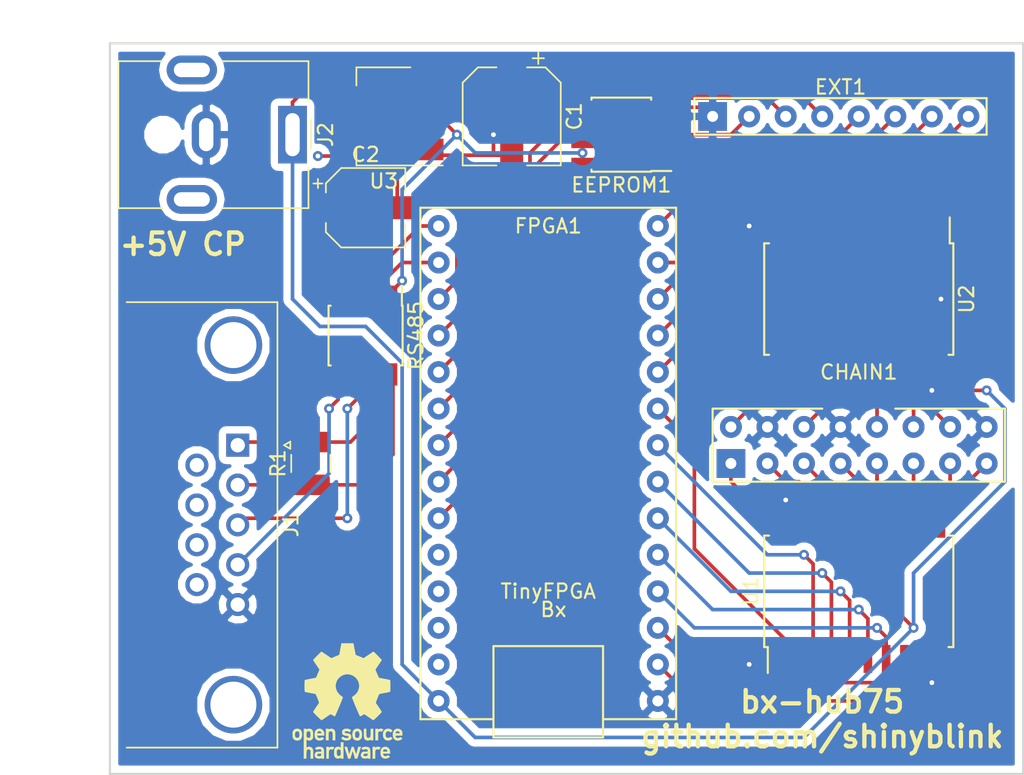
<source format=kicad_pcb>
(kicad_pcb (version 20171130) (host pcbnew 5.0.1)

  (general
    (thickness 1.6)
    (drawings 6)
    (tracks 292)
    (zones 0)
    (modules 14)
    (nets 58)
  )

  (page A4)
  (layers
    (0 F.Cu signal)
    (31 B.Cu signal)
    (32 B.Adhes user)
    (33 F.Adhes user)
    (34 B.Paste user)
    (35 F.Paste user)
    (36 B.SilkS user)
    (37 F.SilkS user)
    (38 B.Mask user)
    (39 F.Mask user)
    (40 Dwgs.User user)
    (41 Cmts.User user)
    (42 Eco1.User user)
    (43 Eco2.User user)
    (44 Edge.Cuts user)
    (45 Margin user)
    (46 B.CrtYd user)
    (47 F.CrtYd user)
    (48 B.Fab user)
    (49 F.Fab user)
  )

  (setup
    (last_trace_width 0.254)
    (trace_clearance 0)
    (zone_clearance 0.508)
    (zone_45_only no)
    (trace_min 0.1524)
    (segment_width 0.2)
    (edge_width 0.15)
    (via_size 0.6858)
    (via_drill 0.3302)
    (via_min_size 0.6858)
    (via_min_drill 0.3302)
    (uvia_size 0.3)
    (uvia_drill 0.1)
    (uvias_allowed no)
    (uvia_min_size 0.2)
    (uvia_min_drill 0.1)
    (pcb_text_width 0.3)
    (pcb_text_size 1.5 1.5)
    (mod_edge_width 0.15)
    (mod_text_size 1 1)
    (mod_text_width 0.15)
    (pad_size 2 2)
    (pad_drill 0.762)
    (pad_to_mask_clearance 0.051)
    (solder_mask_min_width 0.25)
    (aux_axis_origin 0 0)
    (visible_elements FFFFFF7F)
    (pcbplotparams
      (layerselection 0x010fc_ffffffff)
      (usegerberextensions false)
      (usegerberattributes false)
      (usegerberadvancedattributes false)
      (creategerberjobfile false)
      (excludeedgelayer true)
      (linewidth 0.100000)
      (plotframeref false)
      (viasonmask false)
      (mode 1)
      (useauxorigin false)
      (hpglpennumber 1)
      (hpglpenspeed 20)
      (hpglpendiameter 15.000000)
      (psnegative false)
      (psa4output false)
      (plotreference true)
      (plotvalue true)
      (plotinvisibletext false)
      (padsonsilk false)
      (subtractmaskfromsilk false)
      (outputformat 1)
      (mirror false)
      (drillshape 1)
      (scaleselection 1)
      (outputdirectory ""))
  )

  (net 0 "")
  (net 1 +3V3)
  (net 2 +5V)
  (net 3 GND)
  (net 4 /OE)
  (net 5 /CLK)
  (net 6 /C)
  (net 7 /A)
  (net 8 /B2)
  (net 9 /R2)
  (net 10 /B1)
  (net 11 /R1)
  (net 12 /LAT)
  (net 13 /D)
  (net 14 /B)
  (net 15 /G2)
  (net 16 /G1)
  (net 17 /RX)
  (net 18 /TX)
  (net 19 /SCK)
  (net 20 /MISO)
  (net 21 /MOSI)
  (net 22 /CS_EEPROM)
  (net 23 "Net-(FPGA1-Pad24)")
  (net 24 "Net-(FPGA1-Pad26)")
  (net 25 "Net-(FPGA1-Pad27)")
  (net 26 "Net-(CHAIN1-Pad1)")
  (net 27 "Net-(CHAIN1-Pad2)")
  (net 28 "Net-(CHAIN1-Pad3)")
  (net 29 "Net-(CHAIN1-Pad5)")
  (net 30 "Net-(CHAIN1-Pad6)")
  (net 31 "Net-(CHAIN1-Pad7)")
  (net 32 "Net-(CHAIN1-Pad9)")
  (net 33 "Net-(CHAIN1-Pad10)")
  (net 34 "Net-(CHAIN1-Pad11)")
  (net 35 "Net-(CHAIN1-Pad12)")
  (net 36 "Net-(CHAIN1-Pad13)")
  (net 37 "Net-(CHAIN1-Pad14)")
  (net 38 "Net-(CHAIN1-Pad15)")
  (net 39 /RX+)
  (net 40 /RX-)
  (net 41 /TX+)
  (net 42 /TX-)
  (net 43 "Net-(U2-Pad13)")
  (net 44 "Net-(U2-Pad11)")
  (net 45 "Net-(U2-Pad9)")
  (net 46 "Net-(U2-Pad7)")
  (net 47 "Net-(J1-Pad6)")
  (net 48 "Net-(J1-Pad7)")
  (net 49 "Net-(J1-Pad8)")
  (net 50 "Net-(J1-Pad9)")
  (net 51 "Net-(U2-Pad12)")
  (net 52 "Net-(U2-Pad8)")
  (net 53 "Net-(FPGA1-Pad25)")
  (net 54 /SC_EXT)
  (net 55 /EXT_IO1)
  (net 56 /EXT_IO2)
  (net 57 "Net-(J2-PadMP)")

  (net_class Default "This is the default net class."
    (clearance 0)
    (trace_width 0.254)
    (via_dia 0.6858)
    (via_drill 0.3302)
    (uvia_dia 0.3)
    (uvia_drill 0.1)
    (add_net +3V3)
    (add_net +5V)
    (add_net /A)
    (add_net /B)
    (add_net /B1)
    (add_net /B2)
    (add_net /C)
    (add_net /CLK)
    (add_net /CS_EEPROM)
    (add_net /D)
    (add_net /EXT_IO1)
    (add_net /EXT_IO2)
    (add_net /G1)
    (add_net /G2)
    (add_net /LAT)
    (add_net /MISO)
    (add_net /MOSI)
    (add_net /OE)
    (add_net /R1)
    (add_net /R2)
    (add_net /RX)
    (add_net /RX+)
    (add_net /RX-)
    (add_net /SCK)
    (add_net /SC_EXT)
    (add_net /TX)
    (add_net /TX+)
    (add_net /TX-)
    (add_net GND)
    (add_net "Net-(CHAIN1-Pad1)")
    (add_net "Net-(CHAIN1-Pad10)")
    (add_net "Net-(CHAIN1-Pad11)")
    (add_net "Net-(CHAIN1-Pad12)")
    (add_net "Net-(CHAIN1-Pad13)")
    (add_net "Net-(CHAIN1-Pad14)")
    (add_net "Net-(CHAIN1-Pad15)")
    (add_net "Net-(CHAIN1-Pad2)")
    (add_net "Net-(CHAIN1-Pad3)")
    (add_net "Net-(CHAIN1-Pad5)")
    (add_net "Net-(CHAIN1-Pad6)")
    (add_net "Net-(CHAIN1-Pad7)")
    (add_net "Net-(CHAIN1-Pad9)")
    (add_net "Net-(FPGA1-Pad24)")
    (add_net "Net-(FPGA1-Pad25)")
    (add_net "Net-(FPGA1-Pad26)")
    (add_net "Net-(FPGA1-Pad27)")
    (add_net "Net-(J1-Pad6)")
    (add_net "Net-(J1-Pad7)")
    (add_net "Net-(J1-Pad8)")
    (add_net "Net-(J1-Pad9)")
    (add_net "Net-(J2-PadMP)")
    (add_net "Net-(U2-Pad11)")
    (add_net "Net-(U2-Pad12)")
    (add_net "Net-(U2-Pad13)")
    (add_net "Net-(U2-Pad7)")
    (add_net "Net-(U2-Pad8)")
    (add_net "Net-(U2-Pad9)")
  )

  (module TinyFPGA:TinyFPGA_BX (layer F.Cu) (tedit 5BFB4126) (tstamp 5BF3E8DE)
    (at 68.58 91.44 180)
    (path /5BEC8AD8)
    (fp_text reference FPGA1 (at 0 15.24 180) (layer F.SilkS)
      (effects (font (size 1 1) (thickness 0.15)))
    )
    (fp_text value Bx (at -0.36 -11.43 180) (layer F.SilkS)
      (effects (font (size 1 1) (thickness 0.15)))
    )
    (fp_line (start -3.81 -20.32) (end 3.81 -20.32) (layer F.SilkS) (width 0.15))
    (fp_line (start 3.81 -20.32) (end 3.81 -13.97) (layer F.SilkS) (width 0.15))
    (fp_line (start 3.81 -13.97) (end -3.81 -13.97) (layer F.SilkS) (width 0.15))
    (fp_line (start -3.81 -13.97) (end -3.81 -20.32) (layer F.SilkS) (width 0.15))
    (fp_text user Bx (at 0 -8.89 180) (layer F.SilkS) hide
      (effects (font (size 1 1) (thickness 0.15)))
    )
    (fp_text user TinyFPGA (at 0 -10.16 180) (layer F.SilkS)
      (effects (font (size 1 1) (thickness 0.15)))
    )
    (fp_line (start -8.89 -19.05) (end -3.81 -19.05) (layer F.SilkS) (width 0.15))
    (fp_line (start 3.81 -19.05) (end 8.89 -19.05) (layer F.SilkS) (width 0.15))
    (fp_line (start 8.89 -19.05) (end 8.89 16.51) (layer F.SilkS) (width 0.15))
    (fp_line (start 8.89 16.51) (end -8.89 16.51) (layer F.SilkS) (width 0.15))
    (fp_line (start -8.89 16.51) (end -8.89 -19.05) (layer F.SilkS) (width 0.15))
    (pad 1 thru_hole circle (at -7.62 -17.78 180) (size 1.524 1.524) (drill 0.762) (layers *.Cu *.Mask)
      (net 3 GND))
    (pad 2 thru_hole circle (at -7.62 -15.24 180) (size 1.524 1.524) (drill 0.762) (layers *.Cu *.Mask)
      (net 4 /OE))
    (pad 3 thru_hole circle (at -7.62 -12.7 180) (size 1.524 1.524) (drill 0.762) (layers *.Cu *.Mask)
      (net 5 /CLK))
    (pad 4 thru_hole circle (at -7.62 -10.16 180) (size 1.524 1.524) (drill 0.762) (layers *.Cu *.Mask)
      (net 6 /C))
    (pad 5 thru_hole circle (at -7.62 -7.62 180) (size 1.524 1.524) (drill 0.762) (layers *.Cu *.Mask)
      (net 7 /A))
    (pad 6 thru_hole circle (at -7.62 -5.08 180) (size 1.524 1.524) (drill 0.762) (layers *.Cu *.Mask)
      (net 8 /B2))
    (pad 7 thru_hole circle (at -7.62 -2.54 180) (size 1.524 1.524) (drill 0.762) (layers *.Cu *.Mask)
      (net 9 /R2))
    (pad 8 thru_hole circle (at -7.62 0 180) (size 1.524 1.524) (drill 0.762) (layers *.Cu *.Mask)
      (net 10 /B1))
    (pad 9 thru_hole circle (at -7.62 2.54 180) (size 1.524 1.524) (drill 0.762) (layers *.Cu *.Mask)
      (net 11 /R1))
    (pad 10 thru_hole circle (at -7.62 5.08 180) (size 1.524 1.524) (drill 0.762) (layers *.Cu *.Mask)
      (net 12 /LAT))
    (pad 11 thru_hole circle (at -7.62 7.62 180) (size 1.524 1.524) (drill 0.762) (layers *.Cu *.Mask)
      (net 13 /D))
    (pad 12 thru_hole circle (at -7.62 10.16 180) (size 1.524 1.524) (drill 0.762) (layers *.Cu *.Mask)
      (net 14 /B))
    (pad 13 thru_hole circle (at -7.62 12.7 180) (size 1.524 1.524) (drill 0.762) (layers *.Cu *.Mask)
      (net 15 /G2))
    (pad 14 thru_hole circle (at -7.62 15.24 180) (size 1.524 1.524) (drill 0.762) (layers *.Cu *.Mask)
      (net 16 /G1))
    (pad 15 thru_hole circle (at 7.62 15.24 180) (size 1.524 1.524) (drill 0.762) (layers *.Cu *.Mask)
      (net 18 /TX))
    (pad 16 thru_hole circle (at 7.62 12.7 180) (size 1.524 1.524) (drill 0.762) (layers *.Cu *.Mask)
      (net 17 /RX))
    (pad 17 thru_hole circle (at 7.62 10.16 180) (size 1.524 1.524) (drill 0.762) (layers *.Cu *.Mask)
      (net 21 /MOSI))
    (pad 18 thru_hole circle (at 7.62 7.62 180) (size 1.524 1.524) (drill 0.762) (layers *.Cu *.Mask)
      (net 19 /SCK))
    (pad 19 thru_hole circle (at 7.62 5.08 180) (size 1.524 1.524) (drill 0.762) (layers *.Cu *.Mask)
      (net 20 /MISO))
    (pad 20 thru_hole circle (at 7.62 2.54 180) (size 1.524 1.524) (drill 0.762) (layers *.Cu *.Mask)
      (net 22 /CS_EEPROM))
    (pad 21 thru_hole circle (at 7.62 0 180) (size 1.524 1.524) (drill 0.762) (layers *.Cu *.Mask)
      (net 54 /SC_EXT))
    (pad 22 thru_hole circle (at 7.62 -2.54 180) (size 1.524 1.524) (drill 0.762) (layers *.Cu *.Mask)
      (net 55 /EXT_IO1))
    (pad 23 thru_hole circle (at 7.62 -5.08 180) (size 1.524 1.524) (drill 0.762) (layers *.Cu *.Mask)
      (net 56 /EXT_IO2))
    (pad 24 thru_hole circle (at 7.62 -7.62 180) (size 1.524 1.524) (drill 0.762) (layers *.Cu *.Mask)
      (net 23 "Net-(FPGA1-Pad24)"))
    (pad 25 thru_hole circle (at 7.62 -10.16 180) (size 1.524 1.524) (drill 0.762) (layers *.Cu *.Mask)
      (net 53 "Net-(FPGA1-Pad25)"))
    (pad 26 thru_hole circle (at 7.62 -12.7 180) (size 1.524 1.524) (drill 0.762) (layers *.Cu *.Mask)
      (net 24 "Net-(FPGA1-Pad26)"))
    (pad 27 thru_hole circle (at 7.62 -15.24 180) (size 1.524 1.524) (drill 0.762) (layers *.Cu *.Mask)
      (net 25 "Net-(FPGA1-Pad27)"))
    (pad 28 thru_hole circle (at 7.62 -17.78 180) (size 1.524 1.524) (drill 0.762) (layers *.Cu *.Mask)
      (net 2 +5V))
  )

  (module Package_TO_SOT_SMD:SOT-223-3_TabPin2 (layer F.Cu) (tedit 5A02FF57) (tstamp 5BF2EC22)
    (at 57.15 68.58 180)
    (descr "module CMS SOT223 4 pins")
    (tags "CMS SOT")
    (path /5BEF264A)
    (attr smd)
    (fp_text reference U3 (at 0 -4.5 180) (layer F.SilkS)
      (effects (font (size 1 1) (thickness 0.15)))
    )
    (fp_text value LD1117S33TR_SOT223 (at 0 4.5 180) (layer F.Fab)
      (effects (font (size 1 1) (thickness 0.15)))
    )
    (fp_line (start 1.85 -3.35) (end 1.85 3.35) (layer F.Fab) (width 0.1))
    (fp_line (start -1.85 3.35) (end 1.85 3.35) (layer F.Fab) (width 0.1))
    (fp_line (start -4.1 -3.41) (end 1.91 -3.41) (layer F.SilkS) (width 0.12))
    (fp_line (start -0.85 -3.35) (end 1.85 -3.35) (layer F.Fab) (width 0.1))
    (fp_line (start -1.85 3.41) (end 1.91 3.41) (layer F.SilkS) (width 0.12))
    (fp_line (start -1.85 -2.35) (end -1.85 3.35) (layer F.Fab) (width 0.1))
    (fp_line (start -1.85 -2.35) (end -0.85 -3.35) (layer F.Fab) (width 0.1))
    (fp_line (start -4.4 -3.6) (end -4.4 3.6) (layer F.CrtYd) (width 0.05))
    (fp_line (start -4.4 3.6) (end 4.4 3.6) (layer F.CrtYd) (width 0.05))
    (fp_line (start 4.4 3.6) (end 4.4 -3.6) (layer F.CrtYd) (width 0.05))
    (fp_line (start 4.4 -3.6) (end -4.4 -3.6) (layer F.CrtYd) (width 0.05))
    (fp_line (start 1.91 -3.41) (end 1.91 -2.15) (layer F.SilkS) (width 0.12))
    (fp_line (start 1.91 3.41) (end 1.91 2.15) (layer F.SilkS) (width 0.12))
    (fp_text user %R (at 0 0 270) (layer F.Fab)
      (effects (font (size 0.8 0.8) (thickness 0.12)))
    )
    (pad 1 smd rect (at -3.15 -2.3 180) (size 2 1.5) (layers F.Cu F.Paste F.Mask)
      (net 3 GND))
    (pad 3 smd rect (at -3.15 2.3 180) (size 2 1.5) (layers F.Cu F.Paste F.Mask)
      (net 2 +5V))
    (pad 2 smd rect (at -3.15 0 180) (size 2 1.5) (layers F.Cu F.Paste F.Mask)
      (net 1 +3V3))
    (pad 2 smd rect (at 3.15 0 180) (size 2 3.8) (layers F.Cu F.Paste F.Mask)
      (net 1 +3V3))
    (model ${KISYS3DMOD}/Package_TO_SOT_SMD.3dshapes/SOT-223.wrl
      (at (xyz 0 0 0))
      (scale (xyz 1 1 1))
      (rotate (xyz 0 0 0))
    )
  )

  (module Package_SO:SOIC-8_3.9x4.9mm_P1.27mm (layer F.Cu) (tedit 5BFB3FB7) (tstamp 5BF3E93E)
    (at 73.66 69.85 180)
    (descr "8-Lead Plastic Small Outline (SN) - Narrow, 3.90 mm Body [SOIC] (see Microchip Packaging Specification 00000049BS.pdf)")
    (tags "SOIC 1.27")
    (path /5BF300CE)
    (attr smd)
    (fp_text reference EEPROM1 (at 0 -3.5 180) (layer F.SilkS)
      (effects (font (size 1 1) (thickness 0.15)))
    )
    (fp_text value 25LCxxx (at 0 3.5 180) (layer F.Fab)
      (effects (font (size 1 1) (thickness 0.15)))
    )
    (fp_line (start -2.075 -2.525) (end -3.475 -2.525) (layer F.SilkS) (width 0.15))
    (fp_line (start -2.075 2.575) (end 2.075 2.575) (layer F.SilkS) (width 0.15))
    (fp_line (start -2.075 -2.575) (end 2.075 -2.575) (layer F.SilkS) (width 0.15))
    (fp_line (start -2.075 2.575) (end -2.075 2.43) (layer F.SilkS) (width 0.15))
    (fp_line (start 2.075 2.575) (end 2.075 2.43) (layer F.SilkS) (width 0.15))
    (fp_line (start 2.075 -2.575) (end 2.075 -2.43) (layer F.SilkS) (width 0.15))
    (fp_line (start -2.075 -2.575) (end -2.075 -2.525) (layer F.SilkS) (width 0.15))
    (fp_line (start -3.73 2.7) (end 3.73 2.7) (layer F.CrtYd) (width 0.05))
    (fp_line (start -3.73 -2.7) (end 3.73 -2.7) (layer F.CrtYd) (width 0.05))
    (fp_line (start 3.73 -2.7) (end 3.73 2.7) (layer F.CrtYd) (width 0.05))
    (fp_line (start -3.73 -2.7) (end -3.73 2.7) (layer F.CrtYd) (width 0.05))
    (fp_line (start -1.95 -1.45) (end -0.95 -2.45) (layer F.Fab) (width 0.1))
    (fp_line (start -1.95 2.45) (end -1.95 -1.45) (layer F.Fab) (width 0.1))
    (fp_line (start 1.95 2.45) (end -1.95 2.45) (layer F.Fab) (width 0.1))
    (fp_line (start 1.95 -2.45) (end 1.95 2.45) (layer F.Fab) (width 0.1))
    (fp_line (start -0.95 -2.45) (end 1.95 -2.45) (layer F.Fab) (width 0.1))
    (fp_text user %R (at 0 0 180) (layer F.Fab)
      (effects (font (size 1 1) (thickness 0.15)))
    )
    (pad 8 smd rect (at 2.7 -1.905 180) (size 1.55 0.6) (layers F.Cu F.Paste F.Mask)
      (net 1 +3V3))
    (pad 7 smd rect (at 2.7 -0.635 180) (size 1.55 0.6) (layers F.Cu F.Paste F.Mask)
      (net 1 +3V3))
    (pad 6 smd rect (at 2.7 0.635 180) (size 1.55 0.6) (layers F.Cu F.Paste F.Mask)
      (net 19 /SCK))
    (pad 5 smd rect (at 2.7 1.905 180) (size 1.55 0.6) (layers F.Cu F.Paste F.Mask)
      (net 21 /MOSI))
    (pad 4 smd rect (at -2.7 1.905 180) (size 1.55 0.6) (layers F.Cu F.Paste F.Mask)
      (net 3 GND))
    (pad 3 smd rect (at -2.7 0.635 180) (size 1.55 0.6) (layers F.Cu F.Paste F.Mask)
      (net 1 +3V3))
    (pad 2 smd rect (at -2.7 -0.635 180) (size 1.55 0.6) (layers F.Cu F.Paste F.Mask)
      (net 20 /MISO))
    (pad 1 smd rect (at -2.7 -1.905 180) (size 1.55 0.6) (layers F.Cu F.Paste F.Mask)
      (net 22 /CS_EEPROM))
    (model ${KISYS3DMOD}/Package_SO.3dshapes/SOIC-8_3.9x4.9mm_P1.27mm.wrl
      (at (xyz 0 0 0))
      (scale (xyz 1 1 1))
      (rotate (xyz 0 0 0))
    )
  )

  (module Connector_BarrelJack:BarrelJack_CUI_PJ-063AH_Horizontal (layer F.Cu) (tedit 5B0886BD) (tstamp 5C0742CA)
    (at 50.8 69.85 270)
    (descr "Barrel Jack, 2.0mm ID, 5.5mm OD, 24V, 8A, no switch, https://www.cui.com/product/resource/pj-063ah.pdf")
    (tags "barrel jack cui dc power")
    (path /5BFCB1EE)
    (fp_text reference J2 (at 0 -2.3 270) (layer F.SilkS)
      (effects (font (size 1 1) (thickness 0.15)))
    )
    (fp_text value Barrel_Jack_MountingPin (at 0 13 270) (layer F.Fab)
      (effects (font (size 1 1) (thickness 0.15)))
    )
    (fp_line (start -5 -1) (end -1 -1) (layer F.Fab) (width 0.1))
    (fp_line (start -1 -1) (end 0 0) (layer F.Fab) (width 0.1))
    (fp_line (start 0 0) (end 1 -1) (layer F.Fab) (width 0.1))
    (fp_line (start 1 -1) (end 5 -1) (layer F.Fab) (width 0.1))
    (fp_line (start 5 -1) (end 5 12) (layer F.Fab) (width 0.1))
    (fp_line (start 5 12) (end -5 12) (layer F.Fab) (width 0.1))
    (fp_line (start -5 12) (end -5 -1) (layer F.Fab) (width 0.1))
    (fp_line (start -5.11 4.95) (end -5.11 -1.11) (layer F.SilkS) (width 0.12))
    (fp_line (start -5.11 -1.11) (end -2.3 -1.11) (layer F.SilkS) (width 0.12))
    (fp_line (start 2.3 -1.11) (end 5.11 -1.11) (layer F.SilkS) (width 0.12))
    (fp_line (start 5.11 -1.11) (end 5.11 4.95) (layer F.SilkS) (width 0.12))
    (fp_line (start 5.11 9.05) (end 5.11 12.11) (layer F.SilkS) (width 0.12))
    (fp_line (start 5.11 12.11) (end -5.11 12.11) (layer F.SilkS) (width 0.12))
    (fp_line (start -5.11 12.11) (end -5.11 9.05) (layer F.SilkS) (width 0.12))
    (fp_line (start -1 -1.3) (end 1 -1.3) (layer F.SilkS) (width 0.12))
    (fp_line (start -6 -1.5) (end -6 12.5) (layer F.CrtYd) (width 0.05))
    (fp_line (start -6 12.5) (end 6 12.5) (layer F.CrtYd) (width 0.05))
    (fp_line (start 6 12.5) (end 6 -1.5) (layer F.CrtYd) (width 0.05))
    (fp_line (start 6 -1.5) (end -6 -1.5) (layer F.CrtYd) (width 0.05))
    (fp_text user %R (at 0 5.5 270) (layer F.Fab)
      (effects (font (size 1 1) (thickness 0.15)))
    )
    (pad 1 thru_hole rect (at 0 0 270) (size 4 2) (drill oval 3 1) (layers *.Cu *.Mask)
      (net 2 +5V))
    (pad 2 thru_hole oval (at 0 6 270) (size 3.3 2) (drill oval 2.3 1) (layers *.Cu *.Mask)
      (net 3 GND))
    (pad MP thru_hole oval (at -4.5 7 270) (size 2 3.5) (drill oval 1 2.5) (layers *.Cu *.Mask)
      (net 57 "Net-(J2-PadMP)"))
    (pad MP thru_hole oval (at 4.5 7 270) (size 2 3.5) (drill oval 1 2.5) (layers *.Cu *.Mask)
      (net 57 "Net-(J2-PadMP)"))
    (pad "" np_thru_hole circle (at 0 9 270) (size 1.6 1.6) (drill 1.6) (layers *.Cu *.Mask))
    (model ${KISYS3DMOD}/Connector_BarrelJack.3dshapes/BarrelJack_CUI_PJ-063AH_Horizontal.wrl
      (at (xyz 0 0 0))
      (scale (xyz 1 1 1))
      (rotate (xyz 0 0 0))
    )
  )

  (module Random:EXT_HEADER (layer F.Cu) (tedit 5BFB3FEC) (tstamp 5C06E318)
    (at 88.9 68.58)
    (path /5BFBA84B)
    (fp_text reference EXT1 (at 0 -2.04) (layer F.SilkS)
      (effects (font (size 1 1) (thickness 0.15)))
    )
    (fp_text value EXT_HEADER (at 0 -3.04) (layer F.Fab)
      (effects (font (size 1 1) (thickness 0.15)))
    )
    (fp_line (start 10.16 -1.27) (end 10.16 1.27) (layer F.SilkS) (width 0.15))
    (fp_line (start 10.16 1.27) (end -10.16 1.27) (layer F.SilkS) (width 0.15))
    (fp_line (start -10.16 1.27) (end -10.16 -1.27) (layer F.SilkS) (width 0.15))
    (fp_line (start -10.16 -1.27) (end 10.16 -1.27) (layer F.SilkS) (width 0.15))
    (pad 1 thru_hole rect (at -8.89 0) (size 2 2) (drill 0.762) (layers *.Cu *.Mask)
      (net 3 GND))
    (pad 2 thru_hole circle (at -6.35 0) (size 1.524 1.524) (drill 0.762) (layers *.Cu *.Mask)
      (net 1 +3V3))
    (pad 3 thru_hole circle (at -3.81 0) (size 1.524 1.524) (drill 0.762) (layers *.Cu *.Mask)
      (net 19 /SCK))
    (pad 4 thru_hole circle (at -1.27 0) (size 1.524 1.524) (drill 0.762) (layers *.Cu *.Mask)
      (net 21 /MOSI))
    (pad 5 thru_hole circle (at 1.27 0) (size 1.524 1.524) (drill 0.762) (layers *.Cu *.Mask)
      (net 20 /MISO))
    (pad 6 thru_hole circle (at 3.81 0) (size 1.524 1.524) (drill 0.762) (layers *.Cu *.Mask)
      (net 54 /SC_EXT))
    (pad 7 thru_hole circle (at 6.35 0) (size 1.524 1.524) (drill 0.762) (layers *.Cu *.Mask)
      (net 55 /EXT_IO1))
    (pad 8 thru_hole circle (at 8.89 0) (size 1.524 1.524) (drill 0.762) (layers *.Cu *.Mask)
      (net 56 /EXT_IO2))
  )

  (module Package_SO:SOIC-8_3.9x4.9mm_P1.27mm (layer F.Cu) (tedit 5BFB3D74) (tstamp 5BF3E95B)
    (at 55.88 83.82 270)
    (descr "8-Lead Plastic Small Outline (SN) - Narrow, 3.90 mm Body [SOIC] (see Microchip Packaging Specification 00000049BS.pdf)")
    (tags "SOIC 1.27")
    (path /5BECF5D6)
    (attr smd)
    (fp_text reference RS485 (at 0 -3.5 270) (layer F.SilkS)
      (effects (font (size 1 1) (thickness 0.15)))
    )
    (fp_text value SN65HVD77D (at 0 3.5 270) (layer F.Fab)
      (effects (font (size 1 1) (thickness 0.15)))
    )
    (fp_line (start -2.075 -2.525) (end -3.475 -2.525) (layer F.SilkS) (width 0.15))
    (fp_line (start -2.075 2.575) (end 2.075 2.575) (layer F.SilkS) (width 0.15))
    (fp_line (start -2.075 -2.575) (end 2.075 -2.575) (layer F.SilkS) (width 0.15))
    (fp_line (start -2.075 2.575) (end -2.075 2.43) (layer F.SilkS) (width 0.15))
    (fp_line (start 2.075 2.575) (end 2.075 2.43) (layer F.SilkS) (width 0.15))
    (fp_line (start 2.075 -2.575) (end 2.075 -2.43) (layer F.SilkS) (width 0.15))
    (fp_line (start -2.075 -2.575) (end -2.075 -2.525) (layer F.SilkS) (width 0.15))
    (fp_line (start -3.73 2.7) (end 3.73 2.7) (layer F.CrtYd) (width 0.05))
    (fp_line (start -3.73 -2.7) (end 3.73 -2.7) (layer F.CrtYd) (width 0.05))
    (fp_line (start 3.73 -2.7) (end 3.73 2.7) (layer F.CrtYd) (width 0.05))
    (fp_line (start -3.73 -2.7) (end -3.73 2.7) (layer F.CrtYd) (width 0.05))
    (fp_line (start -1.95 -1.45) (end -0.95 -2.45) (layer F.Fab) (width 0.1))
    (fp_line (start -1.95 2.45) (end -1.95 -1.45) (layer F.Fab) (width 0.1))
    (fp_line (start 1.95 2.45) (end -1.95 2.45) (layer F.Fab) (width 0.1))
    (fp_line (start 1.95 -2.45) (end 1.95 2.45) (layer F.Fab) (width 0.1))
    (fp_line (start -0.95 -2.45) (end 1.95 -2.45) (layer F.Fab) (width 0.1))
    (fp_text user %R (at 0 0 270) (layer F.Fab)
      (effects (font (size 1 1) (thickness 0.15)))
    )
    (pad 8 smd rect (at 2.7 -1.905 270) (size 1.55 0.6) (layers F.Cu F.Paste F.Mask)
      (net 39 /RX+))
    (pad 7 smd rect (at 2.7 -0.635 270) (size 1.55 0.6) (layers F.Cu F.Paste F.Mask)
      (net 40 /RX-))
    (pad 6 smd rect (at 2.7 0.635 270) (size 1.55 0.6) (layers F.Cu F.Paste F.Mask)
      (net 41 /TX+))
    (pad 5 smd rect (at 2.7 1.905 270) (size 1.55 0.6) (layers F.Cu F.Paste F.Mask)
      (net 42 /TX-))
    (pad 4 smd rect (at -2.7 1.905 270) (size 1.55 0.6) (layers F.Cu F.Paste F.Mask)
      (net 3 GND))
    (pad 3 smd rect (at -2.7 0.635 270) (size 1.55 0.6) (layers F.Cu F.Paste F.Mask)
      (net 18 /TX))
    (pad 2 smd rect (at -2.7 -0.635 270) (size 1.55 0.6) (layers F.Cu F.Paste F.Mask)
      (net 17 /RX))
    (pad 1 smd rect (at -2.7 -1.905 270) (size 1.55 0.6) (layers F.Cu F.Paste F.Mask)
      (net 1 +3V3))
    (model ${KISYS3DMOD}/Package_SO.3dshapes/SOIC-8_3.9x4.9mm_P1.27mm.wrl
      (at (xyz 0 0 0))
      (scale (xyz 1 1 1))
      (rotate (xyz 0 0 0))
    )
  )

  (module Package_SO:SOIC-20W_7.5x12.8mm_P1.27mm (layer F.Cu) (tedit 5A02F2D3) (tstamp 5BF45580)
    (at 90.17 101.6 90)
    (descr "20-Lead Plastic Small Outline (SO) - Wide, 7.50 mm Body [SOIC] (see Microchip Packaging Specification 00000049BS.pdf)")
    (tags "SOIC 1.27")
    (path /5BF5EC63)
    (attr smd)
    (fp_text reference U1 (at 0 -7.5 90) (layer F.SilkS)
      (effects (font (size 1 1) (thickness 0.15)))
    )
    (fp_text value 74HCT541 (at 0 7.5 90) (layer F.Fab)
      (effects (font (size 1 1) (thickness 0.15)))
    )
    (fp_line (start -3.875 -6.325) (end -5.675 -6.325) (layer F.SilkS) (width 0.15))
    (fp_line (start -3.875 6.575) (end 3.875 6.575) (layer F.SilkS) (width 0.15))
    (fp_line (start -3.875 -6.575) (end 3.875 -6.575) (layer F.SilkS) (width 0.15))
    (fp_line (start -3.875 6.575) (end -3.875 6.24) (layer F.SilkS) (width 0.15))
    (fp_line (start 3.875 6.575) (end 3.875 6.24) (layer F.SilkS) (width 0.15))
    (fp_line (start 3.875 -6.575) (end 3.875 -6.24) (layer F.SilkS) (width 0.15))
    (fp_line (start -3.875 -6.575) (end -3.875 -6.325) (layer F.SilkS) (width 0.15))
    (fp_line (start -5.95 6.75) (end 5.95 6.75) (layer F.CrtYd) (width 0.05))
    (fp_line (start -5.95 -6.75) (end 5.95 -6.75) (layer F.CrtYd) (width 0.05))
    (fp_line (start 5.95 -6.75) (end 5.95 6.75) (layer F.CrtYd) (width 0.05))
    (fp_line (start -5.95 -6.75) (end -5.95 6.75) (layer F.CrtYd) (width 0.05))
    (fp_line (start -3.75 -5.4) (end -2.75 -6.4) (layer F.Fab) (width 0.15))
    (fp_line (start -3.75 6.4) (end -3.75 -5.4) (layer F.Fab) (width 0.15))
    (fp_line (start 3.75 6.4) (end -3.75 6.4) (layer F.Fab) (width 0.15))
    (fp_line (start 3.75 -6.4) (end 3.75 6.4) (layer F.Fab) (width 0.15))
    (fp_line (start -2.75 -6.4) (end 3.75 -6.4) (layer F.Fab) (width 0.15))
    (fp_text user %R (at 0 0 90) (layer F.Fab)
      (effects (font (size 1 1) (thickness 0.15)))
    )
    (pad 20 smd rect (at 4.7 -5.715 90) (size 1.95 0.6) (layers F.Cu F.Paste F.Mask)
      (net 2 +5V))
    (pad 19 smd rect (at 4.7 -4.445 90) (size 1.95 0.6) (layers F.Cu F.Paste F.Mask)
      (net 3 GND))
    (pad 18 smd rect (at 4.7 -3.175 90) (size 1.95 0.6) (layers F.Cu F.Paste F.Mask)
      (net 26 "Net-(CHAIN1-Pad1)"))
    (pad 17 smd rect (at 4.7 -1.905 90) (size 1.95 0.6) (layers F.Cu F.Paste F.Mask)
      (net 28 "Net-(CHAIN1-Pad3)"))
    (pad 16 smd rect (at 4.7 -0.635 90) (size 1.95 0.6) (layers F.Cu F.Paste F.Mask)
      (net 29 "Net-(CHAIN1-Pad5)"))
    (pad 15 smd rect (at 4.7 0.635 90) (size 1.95 0.6) (layers F.Cu F.Paste F.Mask)
      (net 31 "Net-(CHAIN1-Pad7)"))
    (pad 14 smd rect (at 4.7 1.905 90) (size 1.95 0.6) (layers F.Cu F.Paste F.Mask)
      (net 32 "Net-(CHAIN1-Pad9)"))
    (pad 13 smd rect (at 4.7 3.175 90) (size 1.95 0.6) (layers F.Cu F.Paste F.Mask)
      (net 34 "Net-(CHAIN1-Pad11)"))
    (pad 12 smd rect (at 4.7 4.445 90) (size 1.95 0.6) (layers F.Cu F.Paste F.Mask)
      (net 36 "Net-(CHAIN1-Pad13)"))
    (pad 11 smd rect (at 4.7 5.715 90) (size 1.95 0.6) (layers F.Cu F.Paste F.Mask)
      (net 38 "Net-(CHAIN1-Pad15)"))
    (pad 10 smd rect (at -4.7 5.715 90) (size 1.95 0.6) (layers F.Cu F.Paste F.Mask)
      (net 3 GND))
    (pad 9 smd rect (at -4.7 4.445 90) (size 1.95 0.6) (layers F.Cu F.Paste F.Mask)
      (net 4 /OE))
    (pad 8 smd rect (at -4.7 3.175 90) (size 1.95 0.6) (layers F.Cu F.Paste F.Mask)
      (net 5 /CLK))
    (pad 7 smd rect (at -4.7 1.905 90) (size 1.95 0.6) (layers F.Cu F.Paste F.Mask)
      (net 6 /C))
    (pad 6 smd rect (at -4.7 0.635 90) (size 1.95 0.6) (layers F.Cu F.Paste F.Mask)
      (net 7 /A))
    (pad 5 smd rect (at -4.7 -0.635 90) (size 1.95 0.6) (layers F.Cu F.Paste F.Mask)
      (net 8 /B2))
    (pad 4 smd rect (at -4.7 -1.905 90) (size 1.95 0.6) (layers F.Cu F.Paste F.Mask)
      (net 9 /R2))
    (pad 3 smd rect (at -4.7 -3.175 90) (size 1.95 0.6) (layers F.Cu F.Paste F.Mask)
      (net 10 /B1))
    (pad 2 smd rect (at -4.7 -4.445 90) (size 1.95 0.6) (layers F.Cu F.Paste F.Mask)
      (net 11 /R1))
    (pad 1 smd rect (at -4.7 -5.715 90) (size 1.95 0.6) (layers F.Cu F.Paste F.Mask)
      (net 3 GND))
    (model ${KISYS3DMOD}/Package_SO.3dshapes/SOIC-20W_7.5x12.8mm_P1.27mm.wrl
      (at (xyz 0 0 0))
      (scale (xyz 1 1 1))
      (rotate (xyz 0 0 0))
    )
  )

  (module Package_SO:SOIC-20W_7.5x12.8mm_P1.27mm (layer F.Cu) (tedit 5A02F2D3) (tstamp 5BF455A8)
    (at 90.17 81.28 270)
    (descr "20-Lead Plastic Small Outline (SO) - Wide, 7.50 mm Body [SOIC] (see Microchip Packaging Specification 00000049BS.pdf)")
    (tags "SOIC 1.27")
    (path /5BF6300B)
    (attr smd)
    (fp_text reference U2 (at 0 -7.5 270) (layer F.SilkS)
      (effects (font (size 1 1) (thickness 0.15)))
    )
    (fp_text value 74HCT541 (at 0 7.5 270) (layer F.Fab)
      (effects (font (size 1 1) (thickness 0.15)))
    )
    (fp_line (start -3.875 -6.325) (end -5.675 -6.325) (layer F.SilkS) (width 0.15))
    (fp_line (start -3.875 6.575) (end 3.875 6.575) (layer F.SilkS) (width 0.15))
    (fp_line (start -3.875 -6.575) (end 3.875 -6.575) (layer F.SilkS) (width 0.15))
    (fp_line (start -3.875 6.575) (end -3.875 6.24) (layer F.SilkS) (width 0.15))
    (fp_line (start 3.875 6.575) (end 3.875 6.24) (layer F.SilkS) (width 0.15))
    (fp_line (start 3.875 -6.575) (end 3.875 -6.24) (layer F.SilkS) (width 0.15))
    (fp_line (start -3.875 -6.575) (end -3.875 -6.325) (layer F.SilkS) (width 0.15))
    (fp_line (start -5.95 6.75) (end 5.95 6.75) (layer F.CrtYd) (width 0.05))
    (fp_line (start -5.95 -6.75) (end 5.95 -6.75) (layer F.CrtYd) (width 0.05))
    (fp_line (start 5.95 -6.75) (end 5.95 6.75) (layer F.CrtYd) (width 0.05))
    (fp_line (start -5.95 -6.75) (end -5.95 6.75) (layer F.CrtYd) (width 0.05))
    (fp_line (start -3.75 -5.4) (end -2.75 -6.4) (layer F.Fab) (width 0.15))
    (fp_line (start -3.75 6.4) (end -3.75 -5.4) (layer F.Fab) (width 0.15))
    (fp_line (start 3.75 6.4) (end -3.75 6.4) (layer F.Fab) (width 0.15))
    (fp_line (start 3.75 -6.4) (end 3.75 6.4) (layer F.Fab) (width 0.15))
    (fp_line (start -2.75 -6.4) (end 3.75 -6.4) (layer F.Fab) (width 0.15))
    (fp_text user %R (at 0 0 270) (layer F.Fab)
      (effects (font (size 1 1) (thickness 0.15)))
    )
    (pad 20 smd rect (at 4.7 -5.715 270) (size 1.95 0.6) (layers F.Cu F.Paste F.Mask)
      (net 2 +5V))
    (pad 19 smd rect (at 4.7 -4.445 270) (size 1.95 0.6) (layers F.Cu F.Paste F.Mask)
      (net 3 GND))
    (pad 18 smd rect (at 4.7 -3.175 270) (size 1.95 0.6) (layers F.Cu F.Paste F.Mask)
      (net 37 "Net-(CHAIN1-Pad14)"))
    (pad 17 smd rect (at 4.7 -1.905 270) (size 1.95 0.6) (layers F.Cu F.Paste F.Mask)
      (net 35 "Net-(CHAIN1-Pad12)"))
    (pad 16 smd rect (at 4.7 -0.635 270) (size 1.95 0.6) (layers F.Cu F.Paste F.Mask)
      (net 33 "Net-(CHAIN1-Pad10)"))
    (pad 15 smd rect (at 4.7 0.635 270) (size 1.95 0.6) (layers F.Cu F.Paste F.Mask)
      (net 30 "Net-(CHAIN1-Pad6)"))
    (pad 14 smd rect (at 4.7 1.905 270) (size 1.95 0.6) (layers F.Cu F.Paste F.Mask)
      (net 27 "Net-(CHAIN1-Pad2)"))
    (pad 13 smd rect (at 4.7 3.175 270) (size 1.95 0.6) (layers F.Cu F.Paste F.Mask)
      (net 43 "Net-(U2-Pad13)"))
    (pad 12 smd rect (at 4.7 4.445 270) (size 1.95 0.6) (layers F.Cu F.Paste F.Mask)
      (net 51 "Net-(U2-Pad12)"))
    (pad 11 smd rect (at 4.7 5.715 270) (size 1.95 0.6) (layers F.Cu F.Paste F.Mask)
      (net 44 "Net-(U2-Pad11)"))
    (pad 10 smd rect (at -4.7 5.715 270) (size 1.95 0.6) (layers F.Cu F.Paste F.Mask)
      (net 3 GND))
    (pad 9 smd rect (at -4.7 4.445 270) (size 1.95 0.6) (layers F.Cu F.Paste F.Mask)
      (net 45 "Net-(U2-Pad9)"))
    (pad 8 smd rect (at -4.7 3.175 270) (size 1.95 0.6) (layers F.Cu F.Paste F.Mask)
      (net 52 "Net-(U2-Pad8)"))
    (pad 7 smd rect (at -4.7 1.905 270) (size 1.95 0.6) (layers F.Cu F.Paste F.Mask)
      (net 46 "Net-(U2-Pad7)"))
    (pad 6 smd rect (at -4.7 0.635 270) (size 1.95 0.6) (layers F.Cu F.Paste F.Mask)
      (net 16 /G1))
    (pad 5 smd rect (at -4.7 -0.635 270) (size 1.95 0.6) (layers F.Cu F.Paste F.Mask)
      (net 15 /G2))
    (pad 4 smd rect (at -4.7 -1.905 270) (size 1.95 0.6) (layers F.Cu F.Paste F.Mask)
      (net 14 /B))
    (pad 3 smd rect (at -4.7 -3.175 270) (size 1.95 0.6) (layers F.Cu F.Paste F.Mask)
      (net 13 /D))
    (pad 2 smd rect (at -4.7 -4.445 270) (size 1.95 0.6) (layers F.Cu F.Paste F.Mask)
      (net 12 /LAT))
    (pad 1 smd rect (at -4.7 -5.715 270) (size 1.95 0.6) (layers F.Cu F.Paste F.Mask)
      (net 3 GND))
    (model ${KISYS3DMOD}/Package_SO.3dshapes/SOIC-20W_7.5x12.8mm_P1.27mm.wrl
      (at (xyz 0 0 0))
      (scale (xyz 1 1 1))
      (rotate (xyz 0 0 0))
    )
  )

  (module Capacitor_SMD:CP_Elec_5x5.4 (layer F.Cu) (tedit 5A841F9D) (tstamp 5BF4066F)
    (at 55.88 74.93)
    (descr "SMT capacitor, aluminium electrolytic, 5x5.4, Nichicon ")
    (tags "Capacitor Electrolytic")
    (path /5BF41834)
    (attr smd)
    (fp_text reference C2 (at 0 -3.7) (layer F.SilkS)
      (effects (font (size 1 1) (thickness 0.15)))
    )
    (fp_text value 100uF (at 0 3.7) (layer F.Fab)
      (effects (font (size 1 1) (thickness 0.15)))
    )
    (fp_text user %R (at 0 0) (layer F.Fab)
      (effects (font (size 1 1) (thickness 0.15)))
    )
    (fp_line (start -3.95 1.05) (end -2.9 1.05) (layer F.CrtYd) (width 0.05))
    (fp_line (start -3.95 -1.05) (end -3.95 1.05) (layer F.CrtYd) (width 0.05))
    (fp_line (start -2.9 -1.05) (end -3.95 -1.05) (layer F.CrtYd) (width 0.05))
    (fp_line (start -2.9 1.05) (end -2.9 1.75) (layer F.CrtYd) (width 0.05))
    (fp_line (start -2.9 -1.75) (end -2.9 -1.05) (layer F.CrtYd) (width 0.05))
    (fp_line (start -2.9 -1.75) (end -1.75 -2.9) (layer F.CrtYd) (width 0.05))
    (fp_line (start -2.9 1.75) (end -1.75 2.9) (layer F.CrtYd) (width 0.05))
    (fp_line (start -1.75 -2.9) (end 2.9 -2.9) (layer F.CrtYd) (width 0.05))
    (fp_line (start -1.75 2.9) (end 2.9 2.9) (layer F.CrtYd) (width 0.05))
    (fp_line (start 2.9 1.05) (end 2.9 2.9) (layer F.CrtYd) (width 0.05))
    (fp_line (start 3.95 1.05) (end 2.9 1.05) (layer F.CrtYd) (width 0.05))
    (fp_line (start 3.95 -1.05) (end 3.95 1.05) (layer F.CrtYd) (width 0.05))
    (fp_line (start 2.9 -1.05) (end 3.95 -1.05) (layer F.CrtYd) (width 0.05))
    (fp_line (start 2.9 -2.9) (end 2.9 -1.05) (layer F.CrtYd) (width 0.05))
    (fp_line (start -3.3125 -1.9975) (end -3.3125 -1.3725) (layer F.SilkS) (width 0.12))
    (fp_line (start -3.625 -1.685) (end -3 -1.685) (layer F.SilkS) (width 0.12))
    (fp_line (start -2.76 1.695563) (end -1.695563 2.76) (layer F.SilkS) (width 0.12))
    (fp_line (start -2.76 -1.695563) (end -1.695563 -2.76) (layer F.SilkS) (width 0.12))
    (fp_line (start -2.76 -1.695563) (end -2.76 -1.06) (layer F.SilkS) (width 0.12))
    (fp_line (start -2.76 1.695563) (end -2.76 1.06) (layer F.SilkS) (width 0.12))
    (fp_line (start -1.695563 2.76) (end 2.76 2.76) (layer F.SilkS) (width 0.12))
    (fp_line (start -1.695563 -2.76) (end 2.76 -2.76) (layer F.SilkS) (width 0.12))
    (fp_line (start 2.76 -2.76) (end 2.76 -1.06) (layer F.SilkS) (width 0.12))
    (fp_line (start 2.76 2.76) (end 2.76 1.06) (layer F.SilkS) (width 0.12))
    (fp_line (start -1.783956 -1.45) (end -1.783956 -0.95) (layer F.Fab) (width 0.1))
    (fp_line (start -2.033956 -1.2) (end -1.533956 -1.2) (layer F.Fab) (width 0.1))
    (fp_line (start -2.65 1.65) (end -1.65 2.65) (layer F.Fab) (width 0.1))
    (fp_line (start -2.65 -1.65) (end -1.65 -2.65) (layer F.Fab) (width 0.1))
    (fp_line (start -2.65 -1.65) (end -2.65 1.65) (layer F.Fab) (width 0.1))
    (fp_line (start -1.65 2.65) (end 2.65 2.65) (layer F.Fab) (width 0.1))
    (fp_line (start -1.65 -2.65) (end 2.65 -2.65) (layer F.Fab) (width 0.1))
    (fp_line (start 2.65 -2.65) (end 2.65 2.65) (layer F.Fab) (width 0.1))
    (fp_circle (center 0 0) (end 2.5 0) (layer F.Fab) (width 0.1))
    (pad 2 smd rect (at 2.2 0) (size 3 1.6) (layers F.Cu F.Paste F.Mask)
      (net 3 GND))
    (pad 1 smd rect (at -2.2 0) (size 3 1.6) (layers F.Cu F.Paste F.Mask)
      (net 1 +3V3))
    (model ${KISYS3DMOD}/Capacitor_SMD.3dshapes/CP_Elec_5x5.4.wrl
      (at (xyz 0 0 0))
      (scale (xyz 1 1 1))
      (rotate (xyz 0 0 0))
    )
  )

  (module Capacitor_SMD:CP_Elec_6.3x7.7 (layer F.Cu) (tedit 5A841F9D) (tstamp 5BF40647)
    (at 66.04 68.58 270)
    (descr "SMT capacitor, aluminium electrolytic, 6.3x7.7, Nichicon ")
    (tags "Capacitor Electrolytic")
    (path /5BF3FDFE)
    (attr smd)
    (fp_text reference C1 (at 0 -4.35 270) (layer F.SilkS)
      (effects (font (size 1 1) (thickness 0.15)))
    )
    (fp_text value 330uF (at 0 4.35 270) (layer F.Fab)
      (effects (font (size 1 1) (thickness 0.15)))
    )
    (fp_text user %R (at 0 0 270) (layer F.Fab)
      (effects (font (size 1 1) (thickness 0.15)))
    )
    (fp_line (start -4.7 1.05) (end -3.55 1.05) (layer F.CrtYd) (width 0.05))
    (fp_line (start -4.7 -1.05) (end -4.7 1.05) (layer F.CrtYd) (width 0.05))
    (fp_line (start -3.55 -1.05) (end -4.7 -1.05) (layer F.CrtYd) (width 0.05))
    (fp_line (start -3.55 1.05) (end -3.55 2.4) (layer F.CrtYd) (width 0.05))
    (fp_line (start -3.55 -2.4) (end -3.55 -1.05) (layer F.CrtYd) (width 0.05))
    (fp_line (start -3.55 -2.4) (end -2.4 -3.55) (layer F.CrtYd) (width 0.05))
    (fp_line (start -3.55 2.4) (end -2.4 3.55) (layer F.CrtYd) (width 0.05))
    (fp_line (start -2.4 -3.55) (end 3.55 -3.55) (layer F.CrtYd) (width 0.05))
    (fp_line (start -2.4 3.55) (end 3.55 3.55) (layer F.CrtYd) (width 0.05))
    (fp_line (start 3.55 1.05) (end 3.55 3.55) (layer F.CrtYd) (width 0.05))
    (fp_line (start 4.7 1.05) (end 3.55 1.05) (layer F.CrtYd) (width 0.05))
    (fp_line (start 4.7 -1.05) (end 4.7 1.05) (layer F.CrtYd) (width 0.05))
    (fp_line (start 3.55 -1.05) (end 4.7 -1.05) (layer F.CrtYd) (width 0.05))
    (fp_line (start 3.55 -3.55) (end 3.55 -1.05) (layer F.CrtYd) (width 0.05))
    (fp_line (start -4.04375 -2.24125) (end -4.04375 -1.45375) (layer F.SilkS) (width 0.12))
    (fp_line (start -4.4375 -1.8475) (end -3.65 -1.8475) (layer F.SilkS) (width 0.12))
    (fp_line (start -3.41 2.345563) (end -2.345563 3.41) (layer F.SilkS) (width 0.12))
    (fp_line (start -3.41 -2.345563) (end -2.345563 -3.41) (layer F.SilkS) (width 0.12))
    (fp_line (start -3.41 -2.345563) (end -3.41 -1.06) (layer F.SilkS) (width 0.12))
    (fp_line (start -3.41 2.345563) (end -3.41 1.06) (layer F.SilkS) (width 0.12))
    (fp_line (start -2.345563 3.41) (end 3.41 3.41) (layer F.SilkS) (width 0.12))
    (fp_line (start -2.345563 -3.41) (end 3.41 -3.41) (layer F.SilkS) (width 0.12))
    (fp_line (start 3.41 -3.41) (end 3.41 -1.06) (layer F.SilkS) (width 0.12))
    (fp_line (start 3.41 3.41) (end 3.41 1.06) (layer F.SilkS) (width 0.12))
    (fp_line (start -2.389838 -1.645) (end -2.389838 -1.015) (layer F.Fab) (width 0.1))
    (fp_line (start -2.704838 -1.33) (end -2.074838 -1.33) (layer F.Fab) (width 0.1))
    (fp_line (start -3.3 2.3) (end -2.3 3.3) (layer F.Fab) (width 0.1))
    (fp_line (start -3.3 -2.3) (end -2.3 -3.3) (layer F.Fab) (width 0.1))
    (fp_line (start -3.3 -2.3) (end -3.3 2.3) (layer F.Fab) (width 0.1))
    (fp_line (start -2.3 3.3) (end 3.3 3.3) (layer F.Fab) (width 0.1))
    (fp_line (start -2.3 -3.3) (end 3.3 -3.3) (layer F.Fab) (width 0.1))
    (fp_line (start 3.3 -3.3) (end 3.3 3.3) (layer F.Fab) (width 0.1))
    (fp_circle (center 0 0) (end 3.15 0) (layer F.Fab) (width 0.1))
    (pad 2 smd rect (at 2.7 0 270) (size 3.5 1.6) (layers F.Cu F.Paste F.Mask)
      (net 3 GND))
    (pad 1 smd rect (at -2.7 0 270) (size 3.5 1.6) (layers F.Cu F.Paste F.Mask)
      (net 2 +5V))
    (model ${KISYS3DMOD}/Capacitor_SMD.3dshapes/CP_Elec_6.3x7.7.wrl
      (at (xyz 0 0 0))
      (scale (xyz 1 1 1))
      (rotate (xyz 0 0 0))
    )
  )

  (module Resistor_SMD:R_1210_3225Metric_Pad1.42x2.65mm_HandSolder (layer F.Cu) (tedit 5B301BBD) (tstamp 5BF40463)
    (at 52.07 92.71 90)
    (descr "Resistor SMD 1210 (3225 Metric), square (rectangular) end terminal, IPC_7351 nominal with elongated pad for handsoldering. (Body size source: http://www.tortai-tech.com/upload/download/2011102023233369053.pdf), generated with kicad-footprint-generator")
    (tags "resistor handsolder")
    (path /5BEE0AE3)
    (attr smd)
    (fp_text reference R1 (at 0 -2.28 90) (layer F.SilkS)
      (effects (font (size 1 1) (thickness 0.15)))
    )
    (fp_text value 120 (at 0 2.28 90) (layer F.Fab)
      (effects (font (size 1 1) (thickness 0.15)))
    )
    (fp_text user %R (at 0 0 90) (layer F.Fab)
      (effects (font (size 0.8 0.8) (thickness 0.12)))
    )
    (fp_line (start 2.45 1.58) (end -2.45 1.58) (layer F.CrtYd) (width 0.05))
    (fp_line (start 2.45 -1.58) (end 2.45 1.58) (layer F.CrtYd) (width 0.05))
    (fp_line (start -2.45 -1.58) (end 2.45 -1.58) (layer F.CrtYd) (width 0.05))
    (fp_line (start -2.45 1.58) (end -2.45 -1.58) (layer F.CrtYd) (width 0.05))
    (fp_line (start -0.602064 1.36) (end 0.602064 1.36) (layer F.SilkS) (width 0.12))
    (fp_line (start -0.602064 -1.36) (end 0.602064 -1.36) (layer F.SilkS) (width 0.12))
    (fp_line (start 1.6 1.25) (end -1.6 1.25) (layer F.Fab) (width 0.1))
    (fp_line (start 1.6 -1.25) (end 1.6 1.25) (layer F.Fab) (width 0.1))
    (fp_line (start -1.6 -1.25) (end 1.6 -1.25) (layer F.Fab) (width 0.1))
    (fp_line (start -1.6 1.25) (end -1.6 -1.25) (layer F.Fab) (width 0.1))
    (pad 2 smd roundrect (at 1.4875 0 90) (size 1.425 2.65) (layers F.Cu F.Paste F.Mask) (roundrect_rratio 0.175439)
      (net 40 /RX-))
    (pad 1 smd roundrect (at -1.4875 0 90) (size 1.425 2.65) (layers F.Cu F.Paste F.Mask) (roundrect_rratio 0.175439)
      (net 39 /RX+))
    (model ${KISYS3DMOD}/Resistor_SMD.3dshapes/R_1210_3225Metric.wrl
      (at (xyz 0 0 0))
      (scale (xyz 1 1 1))
      (rotate (xyz 0 0 0))
    )
  )

  (module Connector_Dsub:DSUB-9_Male_Horizontal_P2.77x2.84mm_EdgePinOffset4.94mm_Housed_MountingHolesOffset7.48mm (layer F.Cu) (tedit 59FEDEE2) (tstamp 5BF3E9D7)
    (at 46.99 91.44 270)
    (descr "9-pin D-Sub connector, horizontal/angled (90 deg), THT-mount, male, pitch 2.77x2.84mm, pin-PCB-offset 4.9399999999999995mm, distance of mounting holes 25mm, distance of mounting holes to PCB edge 7.4799999999999995mm, see https://disti-assets.s3.amazonaws.com/tonar/files/datasheets/16730.pdf")
    (tags "9-pin D-Sub connector horizontal angled 90deg THT male pitch 2.77x2.84mm pin-PCB-offset 4.9399999999999995mm mounting-holes-distance 25mm mounting-hole-offset 25mm")
    (path /5BED180D)
    (fp_text reference J1 (at 5.54 -3.7 270) (layer F.SilkS)
      (effects (font (size 1 1) (thickness 0.15)))
    )
    (fp_text value DB9_Male (at 5.54 15.68 270) (layer F.Fab)
      (effects (font (size 1 1) (thickness 0.15)))
    )
    (fp_text user %R (at 5.54 11.18 270) (layer F.Fab)
      (effects (font (size 1 1) (thickness 0.15)))
    )
    (fp_line (start 21.5 -3.25) (end -10.4 -3.25) (layer F.CrtYd) (width 0.05))
    (fp_line (start 21.5 14.7) (end 21.5 -3.25) (layer F.CrtYd) (width 0.05))
    (fp_line (start -10.4 14.7) (end 21.5 14.7) (layer F.CrtYd) (width 0.05))
    (fp_line (start -10.4 -3.25) (end -10.4 14.7) (layer F.CrtYd) (width 0.05))
    (fp_line (start 0 -3.221325) (end -0.25 -3.654338) (layer F.SilkS) (width 0.12))
    (fp_line (start 0.25 -3.654338) (end 0 -3.221325) (layer F.SilkS) (width 0.12))
    (fp_line (start -0.25 -3.654338) (end 0.25 -3.654338) (layer F.SilkS) (width 0.12))
    (fp_line (start 21.025 -2.76) (end 21.025 7.72) (layer F.SilkS) (width 0.12))
    (fp_line (start -9.945 -2.76) (end 21.025 -2.76) (layer F.SilkS) (width 0.12))
    (fp_line (start -9.945 7.72) (end -9.945 -2.76) (layer F.SilkS) (width 0.12))
    (fp_line (start 19.64 7.78) (end 19.64 0.3) (layer F.Fab) (width 0.1))
    (fp_line (start 16.44 7.78) (end 16.44 0.3) (layer F.Fab) (width 0.1))
    (fp_line (start -5.36 7.78) (end -5.36 0.3) (layer F.Fab) (width 0.1))
    (fp_line (start -8.56 7.78) (end -8.56 0.3) (layer F.Fab) (width 0.1))
    (fp_line (start 20.54 8.18) (end 15.54 8.18) (layer F.Fab) (width 0.1))
    (fp_line (start 20.54 13.18) (end 20.54 8.18) (layer F.Fab) (width 0.1))
    (fp_line (start 15.54 13.18) (end 20.54 13.18) (layer F.Fab) (width 0.1))
    (fp_line (start 15.54 8.18) (end 15.54 13.18) (layer F.Fab) (width 0.1))
    (fp_line (start -4.46 8.18) (end -9.46 8.18) (layer F.Fab) (width 0.1))
    (fp_line (start -4.46 13.18) (end -4.46 8.18) (layer F.Fab) (width 0.1))
    (fp_line (start -9.46 13.18) (end -4.46 13.18) (layer F.Fab) (width 0.1))
    (fp_line (start -9.46 8.18) (end -9.46 13.18) (layer F.Fab) (width 0.1))
    (fp_line (start 13.69 8.18) (end -2.61 8.18) (layer F.Fab) (width 0.1))
    (fp_line (start 13.69 14.18) (end 13.69 8.18) (layer F.Fab) (width 0.1))
    (fp_line (start -2.61 14.18) (end 13.69 14.18) (layer F.Fab) (width 0.1))
    (fp_line (start -2.61 8.18) (end -2.61 14.18) (layer F.Fab) (width 0.1))
    (fp_line (start 20.965 7.78) (end -9.885 7.78) (layer F.Fab) (width 0.1))
    (fp_line (start 20.965 8.18) (end 20.965 7.78) (layer F.Fab) (width 0.1))
    (fp_line (start -9.885 8.18) (end 20.965 8.18) (layer F.Fab) (width 0.1))
    (fp_line (start -9.885 7.78) (end -9.885 8.18) (layer F.Fab) (width 0.1))
    (fp_line (start 20.965 -2.7) (end -9.885 -2.7) (layer F.Fab) (width 0.1))
    (fp_line (start 20.965 7.78) (end 20.965 -2.7) (layer F.Fab) (width 0.1))
    (fp_line (start -9.885 7.78) (end 20.965 7.78) (layer F.Fab) (width 0.1))
    (fp_line (start -9.885 -2.7) (end -9.885 7.78) (layer F.Fab) (width 0.1))
    (fp_arc (start 18.04 0.3) (end 16.44 0.3) (angle 180) (layer F.Fab) (width 0.1))
    (fp_arc (start -6.96 0.3) (end -8.56 0.3) (angle 180) (layer F.Fab) (width 0.1))
    (pad 0 thru_hole circle (at 18.04 0.3 270) (size 4 4) (drill 3.2) (layers *.Cu *.Mask))
    (pad 0 thru_hole circle (at -6.96 0.3 270) (size 4 4) (drill 3.2) (layers *.Cu *.Mask))
    (pad 9 thru_hole circle (at 9.695 2.84 270) (size 1.6 1.6) (drill 1) (layers *.Cu *.Mask)
      (net 50 "Net-(J1-Pad9)"))
    (pad 8 thru_hole circle (at 6.925 2.84 270) (size 1.6 1.6) (drill 1) (layers *.Cu *.Mask)
      (net 49 "Net-(J1-Pad8)"))
    (pad 7 thru_hole circle (at 4.155 2.84 270) (size 1.6 1.6) (drill 1) (layers *.Cu *.Mask)
      (net 48 "Net-(J1-Pad7)"))
    (pad 6 thru_hole circle (at 1.385 2.84 270) (size 1.6 1.6) (drill 1) (layers *.Cu *.Mask)
      (net 47 "Net-(J1-Pad6)"))
    (pad 5 thru_hole circle (at 11.08 0 270) (size 1.6 1.6) (drill 1) (layers *.Cu *.Mask)
      (net 3 GND))
    (pad 4 thru_hole circle (at 8.31 0 270) (size 1.6 1.6) (drill 1) (layers *.Cu *.Mask)
      (net 42 /TX-))
    (pad 3 thru_hole circle (at 5.54 0 270) (size 1.6 1.6) (drill 1) (layers *.Cu *.Mask)
      (net 41 /TX+))
    (pad 2 thru_hole circle (at 2.77 0 270) (size 1.6 1.6) (drill 1) (layers *.Cu *.Mask)
      (net 39 /RX+))
    (pad 1 thru_hole rect (at 0 0 270) (size 1.6 1.6) (drill 1) (layers *.Cu *.Mask)
      (net 40 /RX-))
    (model ${KISYS3DMOD}/Connector_Dsub.3dshapes/DSUB-9_Male_Horizontal_P2.77x2.84mm_EdgePinOffset4.94mm_Housed_MountingHolesOffset7.48mm.wrl
      (at (xyz 0 0 0))
      (scale (xyz 1 1 1))
      (rotate (xyz 0 0 0))
    )
  )

  (module Random:HUB75_HEADER (layer F.Cu) (tedit 5BEC9774) (tstamp 5BF3E8F7)
    (at 90.17 91.44 180)
    (path /5BECA4C1)
    (fp_text reference CHAIN1 (at 0 5.08 180) (layer F.SilkS)
      (effects (font (size 1 1) (thickness 0.15)))
    )
    (fp_text value HUB75_HEADER (at 0 -4.31 180) (layer F.Fab)
      (effects (font (size 1 1) (thickness 0.15)))
    )
    (fp_line (start 10.16 2.54) (end 2.54 2.54) (layer F.SilkS) (width 0.15))
    (fp_line (start -10.16 2.54) (end -2.54 2.54) (layer F.SilkS) (width 0.15))
    (fp_line (start -10.16 -2.54) (end -10.16 2.54) (layer F.SilkS) (width 0.15))
    (fp_line (start 10.16 -2.54) (end 10.16 2.54) (layer F.SilkS) (width 0.15))
    (fp_line (start -10.16 -2.54) (end 10.16 -2.54) (layer F.SilkS) (width 0.15))
    (pad 16 thru_hole circle (at -8.89 1.27 180) (size 1.524 1.524) (drill 0.762) (layers *.Cu *.Mask)
      (net 3 GND))
    (pad 15 thru_hole circle (at -8.89 -1.27 180) (size 1.524 1.524) (drill 0.762) (layers *.Cu *.Mask)
      (net 38 "Net-(CHAIN1-Pad15)"))
    (pad 14 thru_hole circle (at -6.35 1.27 180) (size 1.524 1.524) (drill 0.762) (layers *.Cu *.Mask)
      (net 37 "Net-(CHAIN1-Pad14)"))
    (pad 13 thru_hole circle (at -6.35 -1.27 180) (size 1.524 1.524) (drill 0.762) (layers *.Cu *.Mask)
      (net 36 "Net-(CHAIN1-Pad13)"))
    (pad 12 thru_hole circle (at -3.81 1.27 180) (size 1.524 1.524) (drill 0.762) (layers *.Cu *.Mask)
      (net 35 "Net-(CHAIN1-Pad12)"))
    (pad 11 thru_hole circle (at -3.81 -1.27 180) (size 1.524 1.524) (drill 0.762) (layers *.Cu *.Mask)
      (net 34 "Net-(CHAIN1-Pad11)"))
    (pad 10 thru_hole circle (at -1.27 1.27 180) (size 1.524 1.524) (drill 0.762) (layers *.Cu *.Mask)
      (net 33 "Net-(CHAIN1-Pad10)"))
    (pad 9 thru_hole circle (at -1.27 -1.27 180) (size 1.524 1.524) (drill 0.762) (layers *.Cu *.Mask)
      (net 32 "Net-(CHAIN1-Pad9)"))
    (pad 8 thru_hole circle (at 1.27 1.27 180) (size 1.524 1.524) (drill 0.762) (layers *.Cu *.Mask)
      (net 3 GND))
    (pad 7 thru_hole circle (at 1.27 -1.27 180) (size 1.524 1.524) (drill 0.762) (layers *.Cu *.Mask)
      (net 31 "Net-(CHAIN1-Pad7)"))
    (pad 6 thru_hole circle (at 3.81 1.27 180) (size 1.524 1.524) (drill 0.762) (layers *.Cu *.Mask)
      (net 30 "Net-(CHAIN1-Pad6)"))
    (pad 5 thru_hole circle (at 3.81 -1.27 180) (size 1.524 1.524) (drill 0.762) (layers *.Cu *.Mask)
      (net 29 "Net-(CHAIN1-Pad5)"))
    (pad 4 thru_hole circle (at 6.35 1.27 180) (size 1.524 1.524) (drill 0.762) (layers *.Cu *.Mask)
      (net 3 GND))
    (pad 3 thru_hole circle (at 6.35 -1.27 180) (size 1.524 1.524) (drill 0.762) (layers *.Cu *.Mask)
      (net 28 "Net-(CHAIN1-Pad3)"))
    (pad 2 thru_hole circle (at 8.89 1.27 180) (size 1.524 1.524) (drill 0.762) (layers *.Cu *.Mask)
      (net 27 "Net-(CHAIN1-Pad2)"))
    (pad 1 thru_hole rect (at 8.89 -1.27 180) (size 2 2) (drill 0.762) (layers *.Cu *.Mask)
      (net 26 "Net-(CHAIN1-Pad1)"))
  )

  (module Symbol:OSHW-Logo_7.5x8mm_SilkScreen (layer F.Cu) (tedit 0) (tstamp 5C0761B8)
    (at 54.61 109.22)
    (descr "Open Source Hardware Logo")
    (tags "Logo OSHW")
    (attr virtual)
    (fp_text reference REF** (at 0 0) (layer F.SilkS) hide
      (effects (font (size 1 1) (thickness 0.15)))
    )
    (fp_text value OSHW-Logo_7.5x8mm_SilkScreen (at 0.75 0) (layer F.Fab) hide
      (effects (font (size 1 1) (thickness 0.15)))
    )
    (fp_poly (pts (xy 0.500964 -3.601424) (xy 0.576513 -3.200678) (xy 1.134041 -2.970846) (xy 1.468465 -3.198252)
      (xy 1.562122 -3.261569) (xy 1.646782 -3.318104) (xy 1.718495 -3.365273) (xy 1.773311 -3.400498)
      (xy 1.80728 -3.421195) (xy 1.81653 -3.425658) (xy 1.833195 -3.41418) (xy 1.868806 -3.382449)
      (xy 1.919371 -3.334517) (xy 1.9809 -3.274438) (xy 2.049399 -3.206267) (xy 2.120879 -3.134055)
      (xy 2.191347 -3.061858) (xy 2.256811 -2.993727) (xy 2.31328 -2.933717) (xy 2.356763 -2.885881)
      (xy 2.383268 -2.854273) (xy 2.389605 -2.843695) (xy 2.380486 -2.824194) (xy 2.35492 -2.781469)
      (xy 2.315597 -2.719702) (xy 2.265203 -2.643069) (xy 2.206427 -2.555752) (xy 2.172368 -2.505948)
      (xy 2.110289 -2.415007) (xy 2.055126 -2.332941) (xy 2.009554 -2.263837) (xy 1.97625 -2.211778)
      (xy 1.95789 -2.18085) (xy 1.955131 -2.17435) (xy 1.961385 -2.155879) (xy 1.978434 -2.112828)
      (xy 2.003703 -2.051251) (xy 2.034622 -1.977201) (xy 2.068618 -1.89673) (xy 2.103118 -1.815893)
      (xy 2.135551 -1.740742) (xy 2.163343 -1.677329) (xy 2.183923 -1.631707) (xy 2.194719 -1.609931)
      (xy 2.195356 -1.609074) (xy 2.212307 -1.604916) (xy 2.257451 -1.595639) (xy 2.32611 -1.582156)
      (xy 2.413602 -1.565379) (xy 2.51525 -1.546219) (xy 2.574556 -1.53517) (xy 2.683172 -1.51449)
      (xy 2.781277 -1.494811) (xy 2.863909 -1.477211) (xy 2.926104 -1.462767) (xy 2.962899 -1.452554)
      (xy 2.970296 -1.449314) (xy 2.97754 -1.427383) (xy 2.983385 -1.377853) (xy 2.987835 -1.306515)
      (xy 2.990893 -1.219161) (xy 2.992565 -1.121583) (xy 2.992853 -1.019574) (xy 2.991761 -0.918925)
      (xy 2.989294 -0.825428) (xy 2.985456 -0.744875) (xy 2.98025 -0.683058) (xy 2.973681 -0.64577)
      (xy 2.969741 -0.638007) (xy 2.946188 -0.628702) (xy 2.896282 -0.6154) (xy 2.826623 -0.599663)
      (xy 2.743813 -0.583054) (xy 2.714905 -0.577681) (xy 2.575531 -0.552152) (xy 2.465436 -0.531592)
      (xy 2.380982 -0.515185) (xy 2.31853 -0.502113) (xy 2.274444 -0.491559) (xy 2.245085 -0.482706)
      (xy 2.226815 -0.474737) (xy 2.215998 -0.466835) (xy 2.214485 -0.465273) (xy 2.199377 -0.440114)
      (xy 2.176329 -0.39115) (xy 2.147644 -0.324379) (xy 2.115622 -0.245795) (xy 2.082565 -0.161393)
      (xy 2.050773 -0.07717) (xy 2.022549 0.000879) (xy 2.000193 0.066759) (xy 1.986007 0.114473)
      (xy 1.982293 0.138027) (xy 1.982602 0.138852) (xy 1.995189 0.158104) (xy 2.023744 0.200463)
      (xy 2.065267 0.261521) (xy 2.116756 0.336868) (xy 2.175211 0.422096) (xy 2.191858 0.446315)
      (xy 2.251215 0.534123) (xy 2.303447 0.614238) (xy 2.345708 0.682062) (xy 2.375153 0.732993)
      (xy 2.388937 0.762431) (xy 2.389605 0.766048) (xy 2.378024 0.785057) (xy 2.346024 0.822714)
      (xy 2.297718 0.874973) (xy 2.23722 0.937786) (xy 2.168644 1.007106) (xy 2.096104 1.078885)
      (xy 2.023712 1.149077) (xy 1.955584 1.213635) (xy 1.895832 1.26851) (xy 1.848571 1.309656)
      (xy 1.817913 1.333026) (xy 1.809432 1.336842) (xy 1.789691 1.327855) (xy 1.749274 1.303616)
      (xy 1.694763 1.268209) (xy 1.652823 1.239711) (xy 1.576829 1.187418) (xy 1.486834 1.125845)
      (xy 1.396564 1.06437) (xy 1.348032 1.031469) (xy 1.183762 0.920359) (xy 1.045869 0.994916)
      (xy 0.983049 1.027578) (xy 0.929629 1.052966) (xy 0.893484 1.067446) (xy 0.884284 1.06946)
      (xy 0.873221 1.054584) (xy 0.851394 1.012547) (xy 0.820434 0.947227) (xy 0.78197 0.8625)
      (xy 0.737632 0.762245) (xy 0.689047 0.650339) (xy 0.637846 0.530659) (xy 0.585659 0.407084)
      (xy 0.534113 0.283491) (xy 0.48484 0.163757) (xy 0.439467 0.051759) (xy 0.399625 -0.048623)
      (xy 0.366942 -0.133514) (xy 0.343049 -0.199035) (xy 0.329574 -0.24131) (xy 0.327406 -0.255828)
      (xy 0.344583 -0.274347) (xy 0.38219 -0.30441) (xy 0.432366 -0.339768) (xy 0.436578 -0.342566)
      (xy 0.566264 -0.446375) (xy 0.670834 -0.567485) (xy 0.749381 -0.702024) (xy 0.800999 -0.846118)
      (xy 0.824782 -0.995895) (xy 0.819823 -1.147483) (xy 0.785217 -1.297008) (xy 0.720057 -1.4406)
      (xy 0.700886 -1.472016) (xy 0.601174 -1.598875) (xy 0.483377 -1.700745) (xy 0.351571 -1.777096)
      (xy 0.209833 -1.827398) (xy 0.062242 -1.851121) (xy -0.087127 -1.847735) (xy -0.234197 -1.816712)
      (xy -0.374889 -1.75752) (xy -0.505127 -1.669631) (xy -0.545414 -1.633958) (xy -0.647945 -1.522294)
      (xy -0.722659 -1.404743) (xy -0.77391 -1.27298) (xy -0.802454 -1.142493) (xy -0.8095 -0.995784)
      (xy -0.786004 -0.848347) (xy -0.734351 -0.705166) (xy -0.656929 -0.571223) (xy -0.556125 -0.451502)
      (xy -0.434324 -0.350986) (xy -0.418316 -0.340391) (xy -0.367602 -0.305694) (xy -0.32905 -0.27563)
      (xy -0.310619 -0.256435) (xy -0.310351 -0.255828) (xy -0.314308 -0.235064) (xy -0.329993 -0.187938)
      (xy -0.355778 -0.118327) (xy -0.390031 -0.030107) (xy -0.431123 0.072844) (xy -0.477424 0.18665)
      (xy -0.527304 0.307435) (xy -0.579133 0.431321) (xy -0.631281 0.554432) (xy -0.682118 0.672891)
      (xy -0.730013 0.782823) (xy -0.773338 0.880349) (xy -0.810462 0.961593) (xy -0.839756 1.022679)
      (xy -0.859588 1.05973) (xy -0.867574 1.06946) (xy -0.891979 1.061883) (xy -0.937642 1.04156)
      (xy -0.99669 1.012125) (xy -1.02916 0.994916) (xy -1.167053 0.920359) (xy -1.331323 1.031469)
      (xy -1.415179 1.08839) (xy -1.506987 1.15103) (xy -1.59302 1.210011) (xy -1.636113 1.239711)
      (xy -1.696723 1.28041) (xy -1.748045 1.312663) (xy -1.783385 1.332384) (xy -1.794863 1.336554)
      (xy -1.81157 1.325307) (xy -1.848546 1.293911) (xy -1.902205 1.245624) (xy -1.968962 1.183708)
      (xy -2.045234 1.111421) (xy -2.093473 1.065008) (xy -2.177867 0.982087) (xy -2.250803 0.90792)
      (xy -2.309331 0.84568) (xy -2.350503 0.798541) (xy -2.371372 0.769673) (xy -2.373374 0.763815)
      (xy -2.364083 0.741532) (xy -2.338409 0.696477) (xy -2.2992 0.633211) (xy -2.249303 0.556295)
      (xy -2.191567 0.470292) (xy -2.175149 0.446315) (xy -2.115323 0.35917) (xy -2.06165 0.28071)
      (xy -2.01713 0.215345) (xy -1.984765 0.167484) (xy -1.967555 0.141535) (xy -1.965893 0.138852)
      (xy -1.968379 0.118172) (xy -1.981577 0.072704) (xy -2.003186 0.008444) (xy -2.030904 -0.068613)
      (xy -2.06243 -0.152471) (xy -2.095463 -0.237134) (xy -2.127701 -0.316608) (xy -2.156843 -0.384896)
      (xy -2.180588 -0.436003) (xy -2.196635 -0.463933) (xy -2.197775 -0.465273) (xy -2.207588 -0.473255)
      (xy -2.224161 -0.481149) (xy -2.251132 -0.489771) (xy -2.292139 -0.499938) (xy -2.35082 -0.512469)
      (xy -2.430813 -0.528179) (xy -2.535755 -0.547887) (xy -2.669285 -0.572408) (xy -2.698196 -0.577681)
      (xy -2.783882 -0.594236) (xy -2.858582 -0.610431) (xy -2.915694 -0.624704) (xy -2.948617 -0.635492)
      (xy -2.953031 -0.638007) (xy -2.960306 -0.660304) (xy -2.966219 -0.710131) (xy -2.970766 -0.781696)
      (xy -2.973945 -0.869207) (xy -2.975749 -0.966872) (xy -2.976177 -1.068899) (xy -2.975223 -1.169497)
      (xy -2.972884 -1.262873) (xy -2.969156 -1.343235) (xy -2.964034 -1.404791) (xy -2.957516 -1.44175)
      (xy -2.953586 -1.449314) (xy -2.931708 -1.456944) (xy -2.881891 -1.469358) (xy -2.809097 -1.485478)
      (xy -2.718289 -1.504227) (xy -2.614431 -1.524529) (xy -2.557846 -1.53517) (xy -2.450486 -1.55524)
      (xy -2.354746 -1.57342) (xy -2.275306 -1.588801) (xy -2.216846 -1.600469) (xy -2.184045 -1.607512)
      (xy -2.178646 -1.609074) (xy -2.169522 -1.626678) (xy -2.150235 -1.669082) (xy -2.123355 -1.730228)
      (xy -2.091454 -1.804057) (xy -2.057102 -1.884511) (xy -2.022871 -1.965532) (xy -1.991331 -2.041063)
      (xy -1.965054 -2.105045) (xy -1.946611 -2.15142) (xy -1.938571 -2.174131) (xy -1.938422 -2.175124)
      (xy -1.947535 -2.193039) (xy -1.973086 -2.234267) (xy -2.012388 -2.294709) (xy -2.062757 -2.370269)
      (xy -2.121506 -2.456848) (xy -2.155658 -2.506579) (xy -2.21789 -2.597764) (xy -2.273164 -2.680551)
      (xy -2.318782 -2.750751) (xy -2.352048 -2.804176) (xy -2.370264 -2.836639) (xy -2.372895 -2.843917)
      (xy -2.361586 -2.860855) (xy -2.330319 -2.897022) (xy -2.28309 -2.948365) (xy -2.223892 -3.010833)
      (xy -2.156719 -3.080374) (xy -2.085566 -3.152935) (xy -2.014426 -3.224465) (xy -1.947293 -3.290913)
      (xy -1.888161 -3.348226) (xy -1.841025 -3.392353) (xy -1.809877 -3.419241) (xy -1.799457 -3.425658)
      (xy -1.782491 -3.416635) (xy -1.741911 -3.391285) (xy -1.681663 -3.35219) (xy -1.605693 -3.301929)
      (xy -1.517946 -3.243083) (xy -1.451756 -3.198252) (xy -1.117332 -2.970846) (xy -0.838567 -3.085762)
      (xy -0.559803 -3.200678) (xy -0.484254 -3.601424) (xy -0.408706 -4.002171) (xy 0.425415 -4.002171)
      (xy 0.500964 -3.601424)) (layer F.SilkS) (width 0.01))
    (fp_poly (pts (xy 2.391388 1.937645) (xy 2.448865 1.955206) (xy 2.485872 1.977395) (xy 2.497927 1.994942)
      (xy 2.494609 2.015742) (xy 2.473079 2.048419) (xy 2.454874 2.071562) (xy 2.417344 2.113402)
      (xy 2.389148 2.131005) (xy 2.365111 2.129856) (xy 2.293808 2.11171) (xy 2.241442 2.112534)
      (xy 2.198918 2.133098) (xy 2.184642 2.145134) (xy 2.138947 2.187483) (xy 2.138947 2.740526)
      (xy 1.955131 2.740526) (xy 1.955131 1.938421) (xy 2.047039 1.938421) (xy 2.102219 1.940603)
      (xy 2.130688 1.948351) (xy 2.138943 1.963468) (xy 2.138947 1.963916) (xy 2.142845 1.979749)
      (xy 2.160474 1.977684) (xy 2.184901 1.966261) (xy 2.23535 1.945005) (xy 2.276316 1.932216)
      (xy 2.329028 1.928938) (xy 2.391388 1.937645)) (layer F.SilkS) (width 0.01))
    (fp_poly (pts (xy -1.002043 1.952226) (xy -0.960454 1.97209) (xy -0.920175 2.000784) (xy -0.88949 2.033809)
      (xy -0.867139 2.075931) (xy -0.851864 2.131915) (xy -0.842408 2.206528) (xy -0.837513 2.304535)
      (xy -0.835919 2.430702) (xy -0.835894 2.443914) (xy -0.835527 2.740526) (xy -1.019343 2.740526)
      (xy -1.019343 2.467081) (xy -1.019473 2.365777) (xy -1.020379 2.292353) (xy -1.022827 2.241271)
      (xy -1.027586 2.20699) (xy -1.035426 2.183971) (xy -1.047115 2.166673) (xy -1.063398 2.149581)
      (xy -1.120366 2.112857) (xy -1.182555 2.106042) (xy -1.241801 2.129261) (xy -1.262405 2.146543)
      (xy -1.27753 2.162791) (xy -1.28839 2.180191) (xy -1.29569 2.204212) (xy -1.300137 2.240322)
      (xy -1.302436 2.293988) (xy -1.303296 2.37068) (xy -1.303422 2.464043) (xy -1.303422 2.740526)
      (xy -1.487237 2.740526) (xy -1.487237 1.938421) (xy -1.395329 1.938421) (xy -1.340149 1.940603)
      (xy -1.31168 1.948351) (xy -1.303425 1.963468) (xy -1.303422 1.963916) (xy -1.299592 1.97872)
      (xy -1.282699 1.97704) (xy -1.249112 1.960773) (xy -1.172937 1.93684) (xy -1.0858 1.934178)
      (xy -1.002043 1.952226)) (layer F.SilkS) (width 0.01))
    (fp_poly (pts (xy 3.558784 1.935554) (xy 3.601574 1.945949) (xy 3.683609 1.984013) (xy 3.753757 2.042149)
      (xy 3.802305 2.111852) (xy 3.808975 2.127502) (xy 3.818124 2.168496) (xy 3.824529 2.229138)
      (xy 3.82671 2.29043) (xy 3.82671 2.406316) (xy 3.584407 2.406316) (xy 3.484471 2.406693)
      (xy 3.414069 2.408987) (xy 3.369313 2.414938) (xy 3.346315 2.426285) (xy 3.341189 2.444771)
      (xy 3.350048 2.472136) (xy 3.365917 2.504155) (xy 3.410184 2.557592) (xy 3.471699 2.584215)
      (xy 3.546885 2.583347) (xy 3.632053 2.554371) (xy 3.705659 2.518611) (xy 3.766734 2.566904)
      (xy 3.82781 2.615197) (xy 3.770351 2.668285) (xy 3.693641 2.718445) (xy 3.599302 2.748688)
      (xy 3.497827 2.757151) (xy 3.399711 2.741974) (xy 3.383881 2.736824) (xy 3.297647 2.691791)
      (xy 3.233501 2.624652) (xy 3.190091 2.533405) (xy 3.166064 2.416044) (xy 3.165784 2.413529)
      (xy 3.163633 2.285627) (xy 3.172329 2.239997) (xy 3.342105 2.239997) (xy 3.357697 2.247013)
      (xy 3.400029 2.252388) (xy 3.462434 2.255457) (xy 3.501981 2.255921) (xy 3.575728 2.25563)
      (xy 3.62184 2.253783) (xy 3.6461 2.248912) (xy 3.654294 2.239555) (xy 3.652206 2.224245)
      (xy 3.650455 2.218322) (xy 3.62056 2.162668) (xy 3.573542 2.117815) (xy 3.532049 2.098105)
      (xy 3.476926 2.099295) (xy 3.421068 2.123875) (xy 3.374212 2.16457) (xy 3.346094 2.214108)
      (xy 3.342105 2.239997) (xy 3.172329 2.239997) (xy 3.185074 2.173133) (xy 3.227611 2.078727)
      (xy 3.288747 2.005088) (xy 3.365985 1.954893) (xy 3.45683 1.930822) (xy 3.558784 1.935554)) (layer F.SilkS) (width 0.01))
    (fp_poly (pts (xy 2.946576 1.945419) (xy 3.043395 1.986549) (xy 3.07389 2.006571) (xy 3.112865 2.03734)
      (xy 3.137331 2.061533) (xy 3.141578 2.069413) (xy 3.129584 2.086899) (xy 3.098887 2.11657)
      (xy 3.074312 2.137279) (xy 3.007046 2.191336) (xy 2.95393 2.146642) (xy 2.912884 2.117789)
      (xy 2.872863 2.107829) (xy 2.827059 2.110261) (xy 2.754324 2.128345) (xy 2.704256 2.165881)
      (xy 2.673829 2.226562) (xy 2.660017 2.314081) (xy 2.660013 2.314136) (xy 2.661208 2.411958)
      (xy 2.679772 2.48373) (xy 2.716804 2.532595) (xy 2.74205 2.549143) (xy 2.809097 2.569749)
      (xy 2.880709 2.569762) (xy 2.943015 2.549768) (xy 2.957763 2.54) (xy 2.99475 2.515047)
      (xy 3.023668 2.510958) (xy 3.054856 2.52953) (xy 3.089336 2.562887) (xy 3.143912 2.619196)
      (xy 3.083318 2.669142) (xy 2.989698 2.725513) (xy 2.884125 2.753293) (xy 2.773798 2.751282)
      (xy 2.701343 2.732862) (xy 2.616656 2.68731) (xy 2.548927 2.61565) (xy 2.518157 2.565066)
      (xy 2.493236 2.492488) (xy 2.480766 2.400569) (xy 2.48067 2.300948) (xy 2.49287 2.205267)
      (xy 2.51729 2.125169) (xy 2.521136 2.116956) (xy 2.578093 2.036413) (xy 2.655209 1.977771)
      (xy 2.74639 1.942247) (xy 2.845543 1.931057) (xy 2.946576 1.945419)) (layer F.SilkS) (width 0.01))
    (fp_poly (pts (xy 1.320131 2.198533) (xy 1.32171 2.321089) (xy 1.327481 2.414179) (xy 1.338991 2.481651)
      (xy 1.35779 2.527355) (xy 1.385426 2.555139) (xy 1.423448 2.568854) (xy 1.470526 2.572358)
      (xy 1.519832 2.568432) (xy 1.557283 2.554089) (xy 1.584428 2.525478) (xy 1.602815 2.478751)
      (xy 1.613993 2.410058) (xy 1.619511 2.31555) (xy 1.620921 2.198533) (xy 1.620921 1.938421)
      (xy 1.804736 1.938421) (xy 1.804736 2.740526) (xy 1.712828 2.740526) (xy 1.657422 2.738281)
      (xy 1.628891 2.730396) (xy 1.620921 2.715428) (xy 1.61612 2.702097) (xy 1.597014 2.704917)
      (xy 1.558504 2.723783) (xy 1.470239 2.752887) (xy 1.376623 2.750825) (xy 1.286921 2.719221)
      (xy 1.244204 2.694257) (xy 1.211621 2.667226) (xy 1.187817 2.633405) (xy 1.171439 2.588068)
      (xy 1.161131 2.526489) (xy 1.155541 2.443943) (xy 1.153312 2.335705) (xy 1.153026 2.252004)
      (xy 1.153026 1.938421) (xy 1.320131 1.938421) (xy 1.320131 2.198533)) (layer F.SilkS) (width 0.01))
    (fp_poly (pts (xy 0.811669 1.94831) (xy 0.896192 1.99434) (xy 0.962321 2.067006) (xy 0.993478 2.126106)
      (xy 1.006855 2.178305) (xy 1.015522 2.252719) (xy 1.019237 2.338442) (xy 1.017754 2.424569)
      (xy 1.010831 2.500193) (xy 1.002745 2.540584) (xy 0.975465 2.59584) (xy 0.92822 2.65453)
      (xy 0.871282 2.705852) (xy 0.814924 2.739005) (xy 0.81355 2.739531) (xy 0.743616 2.754018)
      (xy 0.660737 2.754377) (xy 0.581977 2.741188) (xy 0.551566 2.730617) (xy 0.473239 2.686201)
      (xy 0.417143 2.628007) (xy 0.380286 2.550965) (xy 0.35968 2.450001) (xy 0.355018 2.397116)
      (xy 0.355613 2.330663) (xy 0.534736 2.330663) (xy 0.54077 2.42763) (xy 0.558138 2.501523)
      (xy 0.58574 2.548736) (xy 0.605404 2.562237) (xy 0.655787 2.571651) (xy 0.715673 2.568864)
      (xy 0.767449 2.555316) (xy 0.781027 2.547862) (xy 0.816849 2.504451) (xy 0.840493 2.438014)
      (xy 0.850558 2.357161) (xy 0.845642 2.270502) (xy 0.834655 2.218349) (xy 0.803109 2.157951)
      (xy 0.753311 2.120197) (xy 0.693337 2.107143) (xy 0.631264 2.120849) (xy 0.583582 2.154372)
      (xy 0.558525 2.182031) (xy 0.5439 2.209294) (xy 0.536929 2.24619) (xy 0.534833 2.30275)
      (xy 0.534736 2.330663) (xy 0.355613 2.330663) (xy 0.356282 2.255994) (xy 0.379265 2.140271)
      (xy 0.423972 2.049941) (xy 0.490405 1.985) (xy 0.578565 1.945445) (xy 0.597495 1.940858)
      (xy 0.711266 1.93009) (xy 0.811669 1.94831)) (layer F.SilkS) (width 0.01))
    (fp_poly (pts (xy 0.018628 1.935547) (xy 0.081908 1.947548) (xy 0.147557 1.972648) (xy 0.154572 1.975848)
      (xy 0.204356 2.002026) (xy 0.238834 2.026353) (xy 0.249978 2.041937) (xy 0.239366 2.067353)
      (xy 0.213588 2.104853) (xy 0.202146 2.118852) (xy 0.154992 2.173954) (xy 0.094201 2.138086)
      (xy 0.036347 2.114192) (xy -0.0305 2.10142) (xy -0.094606 2.100613) (xy -0.144236 2.112615)
      (xy -0.156146 2.120105) (xy -0.178828 2.15445) (xy -0.181584 2.194013) (xy -0.164612 2.22492)
      (xy -0.154573 2.230913) (xy -0.12449 2.238357) (xy -0.071611 2.247106) (xy -0.006425 2.255467)
      (xy 0.0056 2.256778) (xy 0.110297 2.274888) (xy 0.186232 2.305651) (xy 0.236592 2.351907)
      (xy 0.264564 2.416497) (xy 0.273278 2.495387) (xy 0.26124 2.585065) (xy 0.222151 2.655486)
      (xy 0.155855 2.706777) (xy 0.062194 2.739067) (xy -0.041777 2.751807) (xy -0.126562 2.751654)
      (xy -0.195335 2.740083) (xy -0.242303 2.724109) (xy -0.30165 2.696275) (xy -0.356494 2.663973)
      (xy -0.375987 2.649755) (xy -0.426119 2.608835) (xy -0.305197 2.486477) (xy -0.236457 2.531967)
      (xy -0.167512 2.566133) (xy -0.093889 2.584004) (xy -0.023117 2.585889) (xy 0.037274 2.572101)
      (xy 0.079757 2.542949) (xy 0.093474 2.518352) (xy 0.091417 2.478904) (xy 0.05733 2.448737)
      (xy -0.008692 2.427906) (xy -0.081026 2.418279) (xy -0.192348 2.39991) (xy -0.275048 2.365254)
      (xy -0.330235 2.313297) (xy -0.359012 2.243023) (xy -0.362999 2.159707) (xy -0.343307 2.072681)
      (xy -0.298411 2.006902) (xy -0.227909 1.962068) (xy -0.131399 1.937879) (xy -0.0599 1.933137)
      (xy 0.018628 1.935547)) (layer F.SilkS) (width 0.01))
    (fp_poly (pts (xy -1.802982 1.957027) (xy -1.78633 1.964866) (xy -1.728695 2.007086) (xy -1.674195 2.0687)
      (xy -1.633501 2.136543) (xy -1.621926 2.167734) (xy -1.611366 2.223449) (xy -1.605069 2.290781)
      (xy -1.604304 2.318585) (xy -1.604211 2.406316) (xy -2.10915 2.406316) (xy -2.098387 2.45227)
      (xy -2.071967 2.50662) (xy -2.025778 2.553591) (xy -1.970828 2.583848) (xy -1.935811 2.590131)
      (xy -1.888323 2.582506) (xy -1.831665 2.563383) (xy -1.812418 2.554584) (xy -1.741241 2.519036)
      (xy -1.680498 2.565367) (xy -1.645448 2.596703) (xy -1.626798 2.622567) (xy -1.625853 2.630158)
      (xy -1.642515 2.648556) (xy -1.67903 2.676515) (xy -1.712172 2.698327) (xy -1.801607 2.737537)
      (xy -1.901871 2.755285) (xy -2.001246 2.75067) (xy -2.080461 2.726551) (xy -2.16212 2.674884)
      (xy -2.220151 2.606856) (xy -2.256454 2.518843) (xy -2.272928 2.407216) (xy -2.274389 2.356138)
      (xy -2.268543 2.239091) (xy -2.267825 2.235686) (xy -2.100511 2.235686) (xy -2.095903 2.246662)
      (xy -2.076964 2.252715) (xy -2.037902 2.25531) (xy -1.972923 2.25591) (xy -1.947903 2.255921)
      (xy -1.871779 2.255014) (xy -1.823504 2.25172) (xy -1.79754 2.245181) (xy -1.788352 2.234537)
      (xy -1.788027 2.231119) (xy -1.798513 2.203956) (xy -1.824758 2.165903) (xy -1.836041 2.152579)
      (xy -1.877928 2.114896) (xy -1.921591 2.10008) (xy -1.945115 2.098842) (xy -2.008757 2.114329)
      (xy -2.062127 2.15593) (xy -2.095981 2.216353) (xy -2.096581 2.218322) (xy -2.100511 2.235686)
      (xy -2.267825 2.235686) (xy -2.249101 2.146928) (xy -2.214078 2.07319) (xy -2.171244 2.020848)
      (xy -2.092052 1.964092) (xy -1.99896 1.933762) (xy -1.899945 1.931021) (xy -1.802982 1.957027)) (layer F.SilkS) (width 0.01))
    (fp_poly (pts (xy -3.373216 1.947104) (xy -3.285795 1.985754) (xy -3.21943 2.05029) (xy -3.174024 2.140812)
      (xy -3.149482 2.257418) (xy -3.147723 2.275624) (xy -3.146344 2.403984) (xy -3.164216 2.516496)
      (xy -3.20025 2.607688) (xy -3.219545 2.637022) (xy -3.286755 2.699106) (xy -3.37235 2.739316)
      (xy -3.46811 2.756003) (xy -3.565813 2.747517) (xy -3.640083 2.72138) (xy -3.703953 2.677335)
      (xy -3.756154 2.619587) (xy -3.757057 2.618236) (xy -3.778256 2.582593) (xy -3.792033 2.546752)
      (xy -3.800376 2.501519) (xy -3.805273 2.437701) (xy -3.807431 2.385368) (xy -3.808329 2.33791)
      (xy -3.641257 2.33791) (xy -3.639624 2.385154) (xy -3.633696 2.448046) (xy -3.623239 2.488407)
      (xy -3.604381 2.517122) (xy -3.586719 2.533896) (xy -3.524106 2.569016) (xy -3.458592 2.57371)
      (xy -3.397579 2.54844) (xy -3.367072 2.520124) (xy -3.345089 2.491589) (xy -3.332231 2.464284)
      (xy -3.326588 2.42875) (xy -3.326249 2.375524) (xy -3.327988 2.326506) (xy -3.331729 2.256482)
      (xy -3.337659 2.211064) (xy -3.348347 2.18144) (xy -3.366361 2.158797) (xy -3.380637 2.145855)
      (xy -3.440349 2.11186) (xy -3.504766 2.110165) (xy -3.558781 2.130301) (xy -3.60486 2.172352)
      (xy -3.632311 2.241428) (xy -3.641257 2.33791) (xy -3.808329 2.33791) (xy -3.809401 2.281299)
      (xy -3.806036 2.203468) (xy -3.795955 2.14493) (xy -3.777774 2.098737) (xy -3.75011 2.057942)
      (xy -3.739854 2.045828) (xy -3.675722 1.985474) (xy -3.606934 1.95022) (xy -3.522811 1.93545)
      (xy -3.481791 1.934243) (xy -3.373216 1.947104)) (layer F.SilkS) (width 0.01))
    (fp_poly (pts (xy 2.701193 3.196078) (xy 2.781068 3.216845) (xy 2.847962 3.259705) (xy 2.880351 3.291723)
      (xy 2.933445 3.367413) (xy 2.963873 3.455216) (xy 2.974327 3.56315) (xy 2.97438 3.571875)
      (xy 2.974473 3.659605) (xy 2.469534 3.659605) (xy 2.480298 3.705559) (xy 2.499732 3.747178)
      (xy 2.533745 3.790544) (xy 2.54086 3.797467) (xy 2.602003 3.834935) (xy 2.671729 3.841289)
      (xy 2.751987 3.816638) (xy 2.765592 3.81) (xy 2.807319 3.789819) (xy 2.835268 3.778321)
      (xy 2.840145 3.777258) (xy 2.857168 3.787583) (xy 2.889633 3.812845) (xy 2.906114 3.82665)
      (xy 2.940264 3.858361) (xy 2.951478 3.879299) (xy 2.943695 3.89856) (xy 2.939535 3.903827)
      (xy 2.911357 3.926878) (xy 2.864862 3.954892) (xy 2.832434 3.971246) (xy 2.740385 4.000059)
      (xy 2.638476 4.009395) (xy 2.541963 3.998332) (xy 2.514934 3.990412) (xy 2.431276 3.945581)
      (xy 2.369266 3.876598) (xy 2.328545 3.782794) (xy 2.308755 3.663498) (xy 2.306582 3.601118)
      (xy 2.312926 3.510298) (xy 2.473157 3.510298) (xy 2.488655 3.517012) (xy 2.530312 3.52228)
      (xy 2.590876 3.525389) (xy 2.631907 3.525921) (xy 2.705711 3.525408) (xy 2.752293 3.523006)
      (xy 2.777848 3.517422) (xy 2.788569 3.507361) (xy 2.790657 3.492763) (xy 2.776331 3.447796)
      (xy 2.740262 3.403353) (xy 2.692815 3.369242) (xy 2.645349 3.355288) (xy 2.580879 3.367666)
      (xy 2.52507 3.403452) (xy 2.486374 3.455033) (xy 2.473157 3.510298) (xy 2.312926 3.510298)
      (xy 2.315821 3.468866) (xy 2.344336 3.363498) (xy 2.392729 3.284178) (xy 2.461604 3.230071)
      (xy 2.551565 3.200343) (xy 2.6003 3.194618) (xy 2.701193 3.196078)) (layer F.SilkS) (width 0.01))
    (fp_poly (pts (xy 2.173167 3.191447) (xy 2.237408 3.204112) (xy 2.27398 3.222864) (xy 2.312453 3.254017)
      (xy 2.257717 3.323127) (xy 2.223969 3.364979) (xy 2.201053 3.385398) (xy 2.178279 3.388517)
      (xy 2.144956 3.378472) (xy 2.129314 3.372789) (xy 2.065542 3.364404) (xy 2.00714 3.382378)
      (xy 1.964264 3.422982) (xy 1.957299 3.435929) (xy 1.949713 3.470224) (xy 1.943859 3.533427)
      (xy 1.940011 3.62106) (xy 1.938443 3.72864) (xy 1.938421 3.743944) (xy 1.938421 4.010526)
      (xy 1.754605 4.010526) (xy 1.754605 3.19171) (xy 1.846513 3.19171) (xy 1.899507 3.193094)
      (xy 1.927115 3.199252) (xy 1.937324 3.213194) (xy 1.938421 3.226344) (xy 1.938421 3.260978)
      (xy 1.98245 3.226344) (xy 2.032937 3.202716) (xy 2.10076 3.191033) (xy 2.173167 3.191447)) (layer F.SilkS) (width 0.01))
    (fp_poly (pts (xy 1.379992 3.196673) (xy 1.450427 3.21378) (xy 1.470787 3.222844) (xy 1.510253 3.246583)
      (xy 1.540541 3.273321) (xy 1.562952 3.307699) (xy 1.578786 3.35436) (xy 1.589343 3.417946)
      (xy 1.595924 3.503099) (xy 1.599828 3.614462) (xy 1.60131 3.688849) (xy 1.606765 4.010526)
      (xy 1.51358 4.010526) (xy 1.457047 4.008156) (xy 1.427922 4.000055) (xy 1.420394 3.986451)
      (xy 1.41642 3.971741) (xy 1.398652 3.974554) (xy 1.37444 3.986348) (xy 1.313828 4.004427)
      (xy 1.235929 4.009299) (xy 1.153995 4.00133) (xy 1.081281 3.980889) (xy 1.074759 3.978051)
      (xy 1.008302 3.931365) (xy 0.964491 3.866464) (xy 0.944332 3.7906) (xy 0.945872 3.763344)
      (xy 1.110345 3.763344) (xy 1.124837 3.800024) (xy 1.167805 3.826309) (xy 1.237129 3.840417)
      (xy 1.274177 3.84229) (xy 1.335919 3.837494) (xy 1.37696 3.818858) (xy 1.386973 3.81)
      (xy 1.4141 3.761806) (xy 1.420394 3.718092) (xy 1.420394 3.659605) (xy 1.33893 3.659605)
      (xy 1.244234 3.664432) (xy 1.177813 3.679613) (xy 1.135846 3.7062) (xy 1.126449 3.718052)
      (xy 1.110345 3.763344) (xy 0.945872 3.763344) (xy 0.948829 3.711026) (xy 0.978985 3.634995)
      (xy 1.020131 3.583612) (xy 1.045052 3.561397) (xy 1.069448 3.546798) (xy 1.101191 3.537897)
      (xy 1.148152 3.532775) (xy 1.218204 3.529515) (xy 1.24599 3.528577) (xy 1.420394 3.522879)
      (xy 1.420138 3.470091) (xy 1.413384 3.414603) (xy 1.388964 3.381052) (xy 1.33963 3.359618)
      (xy 1.338306 3.359236) (xy 1.26836 3.350808) (xy 1.199914 3.361816) (xy 1.149047 3.388585)
      (xy 1.128637 3.401803) (xy 1.106654 3.399974) (xy 1.072826 3.380824) (xy 1.052961 3.367308)
      (xy 1.014106 3.338432) (xy 0.990038 3.316786) (xy 0.986176 3.310589) (xy 1.002079 3.278519)
      (xy 1.049065 3.240219) (xy 1.069473 3.227297) (xy 1.128143 3.205041) (xy 1.207212 3.192432)
      (xy 1.295041 3.1896) (xy 1.379992 3.196673)) (layer F.SilkS) (width 0.01))
    (fp_poly (pts (xy 0.37413 3.195104) (xy 0.44022 3.200066) (xy 0.526626 3.459079) (xy 0.613031 3.718092)
      (xy 0.640124 3.626184) (xy 0.656428 3.569384) (xy 0.677875 3.492625) (xy 0.701035 3.408251)
      (xy 0.71328 3.362993) (xy 0.759344 3.19171) (xy 0.949387 3.19171) (xy 0.892582 3.371349)
      (xy 0.864607 3.459704) (xy 0.830813 3.566281) (xy 0.79552 3.677454) (xy 0.764013 3.776579)
      (xy 0.69225 4.002171) (xy 0.537286 4.012253) (xy 0.49527 3.873528) (xy 0.469359 3.787351)
      (xy 0.441083 3.692347) (xy 0.416369 3.608441) (xy 0.415394 3.605102) (xy 0.396935 3.548248)
      (xy 0.380649 3.509456) (xy 0.369242 3.494787) (xy 0.366898 3.496483) (xy 0.358671 3.519225)
      (xy 0.343038 3.56794) (xy 0.321904 3.636502) (xy 0.29717 3.718785) (xy 0.283787 3.764046)
      (xy 0.211311 4.010526) (xy 0.057495 4.010526) (xy -0.065469 3.622006) (xy -0.100012 3.513022)
      (xy -0.131479 3.414048) (xy -0.158384 3.329736) (xy -0.179241 3.264734) (xy -0.192562 3.223692)
      (xy -0.196612 3.211701) (xy -0.193406 3.199423) (xy -0.168235 3.194046) (xy -0.115854 3.194584)
      (xy -0.107655 3.19499) (xy -0.010518 3.200066) (xy 0.0531 3.434013) (xy 0.076484 3.519333)
      (xy 0.097381 3.594335) (xy 0.113951 3.652507) (xy 0.124354 3.687337) (xy 0.126276 3.693016)
      (xy 0.134241 3.686486) (xy 0.150304 3.652654) (xy 0.172621 3.596127) (xy 0.199345 3.52151)
      (xy 0.221937 3.454107) (xy 0.308041 3.190143) (xy 0.37413 3.195104)) (layer F.SilkS) (width 0.01))
    (fp_poly (pts (xy -0.267369 4.010526) (xy -0.359277 4.010526) (xy -0.412623 4.008962) (xy -0.440407 4.002485)
      (xy -0.45041 3.988418) (xy -0.451185 3.978906) (xy -0.452872 3.959832) (xy -0.46351 3.956174)
      (xy -0.491465 3.967932) (xy -0.513205 3.978906) (xy -0.596668 4.004911) (xy -0.687396 4.006416)
      (xy -0.761158 3.987021) (xy -0.829846 3.940165) (xy -0.882206 3.871004) (xy -0.910878 3.789427)
      (xy -0.911608 3.784866) (xy -0.915868 3.735101) (xy -0.917986 3.663659) (xy -0.917816 3.609626)
      (xy -0.73528 3.609626) (xy -0.731051 3.681441) (xy -0.721432 3.740634) (xy -0.70841 3.77406)
      (xy -0.659144 3.81974) (xy -0.60065 3.836115) (xy -0.540329 3.822873) (xy -0.488783 3.783373)
      (xy -0.469262 3.756807) (xy -0.457848 3.725106) (xy -0.452502 3.678832) (xy -0.451185 3.609328)
      (xy -0.453542 3.540499) (xy -0.459767 3.480026) (xy -0.468592 3.439556) (xy -0.470063 3.435929)
      (xy -0.505653 3.392802) (xy -0.5576 3.369124) (xy -0.615722 3.365301) (xy -0.66984 3.381738)
      (xy -0.709774 3.41884) (xy -0.713917 3.426222) (xy -0.726884 3.471239) (xy -0.733948 3.535967)
      (xy -0.73528 3.609626) (xy -0.917816 3.609626) (xy -0.917729 3.58223) (xy -0.916528 3.538405)
      (xy -0.908355 3.429988) (xy -0.89137 3.348588) (xy -0.863113 3.288412) (xy -0.821128 3.243666)
      (xy -0.780368 3.2174) (xy -0.723419 3.198935) (xy -0.652589 3.192602) (xy -0.580059 3.19776)
      (xy -0.518014 3.213769) (xy -0.485232 3.23292) (xy -0.451185 3.263732) (xy -0.451185 2.87421)
      (xy -0.267369 2.87421) (xy -0.267369 4.010526)) (layer F.SilkS) (width 0.01))
    (fp_poly (pts (xy -1.320119 3.193486) (xy -1.295112 3.200982) (xy -1.28705 3.217451) (xy -1.286711 3.224886)
      (xy -1.285264 3.245594) (xy -1.275302 3.248845) (xy -1.248388 3.234648) (xy -1.232402 3.224948)
      (xy -1.181967 3.204175) (xy -1.121728 3.193904) (xy -1.058566 3.193114) (xy -0.999363 3.200786)
      (xy -0.950998 3.215898) (xy -0.920354 3.237432) (xy -0.914311 3.264366) (xy -0.917361 3.27166)
      (xy -0.939594 3.301937) (xy -0.97407 3.339175) (xy -0.980306 3.345195) (xy -1.013167 3.372875)
      (xy -1.04152 3.381818) (xy -1.081173 3.375576) (xy -1.097058 3.371429) (xy -1.146491 3.361467)
      (xy -1.181248 3.365947) (xy -1.2106 3.381746) (xy -1.237487 3.402949) (xy -1.25729 3.429614)
      (xy -1.271052 3.466827) (xy -1.279816 3.519673) (xy -1.284626 3.593237) (xy -1.286526 3.692605)
      (xy -1.286711 3.752601) (xy -1.286711 4.010526) (xy -1.453816 4.010526) (xy -1.453816 3.19171)
      (xy -1.370264 3.19171) (xy -1.320119 3.193486)) (layer F.SilkS) (width 0.01))
    (fp_poly (pts (xy -1.839543 3.198184) (xy -1.76093 3.21916) (xy -1.701084 3.25718) (xy -1.658853 3.306978)
      (xy -1.645725 3.32823) (xy -1.636032 3.350492) (xy -1.629256 3.37897) (xy -1.624877 3.418871)
      (xy -1.622376 3.475401) (xy -1.621232 3.553767) (xy -1.620928 3.659176) (xy -1.620922 3.687142)
      (xy -1.620922 4.010526) (xy -1.701132 4.010526) (xy -1.752294 4.006943) (xy -1.790123 3.997866)
      (xy -1.799601 3.992268) (xy -1.825512 3.982606) (xy -1.851976 3.992268) (xy -1.895548 4.00433)
      (xy -1.95884 4.009185) (xy -2.02899 4.007078) (xy -2.09314 3.998256) (xy -2.130593 3.986937)
      (xy -2.203067 3.940412) (xy -2.24836 3.875846) (xy -2.268722 3.79) (xy -2.268912 3.787796)
      (xy -2.267125 3.749713) (xy -2.105527 3.749713) (xy -2.091399 3.79303) (xy -2.068388 3.817408)
      (xy -2.022196 3.835845) (xy -1.961225 3.843205) (xy -1.899051 3.839583) (xy -1.849249 3.825074)
      (xy -1.835297 3.815765) (xy -1.810915 3.772753) (xy -1.804737 3.723857) (xy -1.804737 3.659605)
      (xy -1.897182 3.659605) (xy -1.985005 3.666366) (xy -2.051582 3.68552) (xy -2.092998 3.715376)
      (xy -2.105527 3.749713) (xy -2.267125 3.749713) (xy -2.26451 3.694004) (xy -2.233576 3.619847)
      (xy -2.175419 3.563767) (xy -2.16738 3.558665) (xy -2.132837 3.542055) (xy -2.090082 3.531996)
      (xy -2.030314 3.527107) (xy -1.95931 3.525983) (xy -1.804737 3.525921) (xy -1.804737 3.461125)
      (xy -1.811294 3.41085) (xy -1.828025 3.377169) (xy -1.829984 3.375376) (xy -1.867217 3.360642)
      (xy -1.92342 3.354931) (xy -1.985533 3.357737) (xy -2.04049 3.368556) (xy -2.073101 3.384782)
      (xy -2.090772 3.39778) (xy -2.109431 3.400262) (xy -2.135181 3.389613) (xy -2.174127 3.363218)
      (xy -2.23237 3.318465) (xy -2.237716 3.314273) (xy -2.234977 3.29876) (xy -2.212124 3.27296)
      (xy -2.177391 3.244289) (xy -2.13901 3.220166) (xy -2.126952 3.21447) (xy -2.082966 3.203103)
      (xy -2.018513 3.194995) (xy -1.946503 3.191743) (xy -1.943136 3.191736) (xy -1.839543 3.198184)) (layer F.SilkS) (width 0.01))
    (fp_poly (pts (xy -2.53664 1.952468) (xy -2.501408 1.969874) (xy -2.45796 2.000206) (xy -2.426294 2.033283)
      (xy -2.404606 2.074817) (xy -2.391097 2.130522) (xy -2.383962 2.206111) (xy -2.3814 2.307296)
      (xy -2.38125 2.350797) (xy -2.381688 2.446135) (xy -2.383504 2.514271) (xy -2.387455 2.561418)
      (xy -2.394298 2.59379) (xy -2.404789 2.6176) (xy -2.415704 2.633843) (xy -2.485381 2.702952)
      (xy -2.567434 2.744521) (xy -2.65595 2.757023) (xy -2.745019 2.738934) (xy -2.773237 2.726142)
      (xy -2.84079 2.690931) (xy -2.84079 3.2427) (xy -2.791488 3.217205) (xy -2.726527 3.19748)
      (xy -2.64668 3.192427) (xy -2.566948 3.201756) (xy -2.506735 3.222714) (xy -2.456792 3.262627)
      (xy -2.414119 3.319741) (xy -2.41091 3.325605) (xy -2.397378 3.353227) (xy -2.387495 3.381068)
      (xy -2.380691 3.414794) (xy -2.376399 3.460071) (xy -2.374049 3.522562) (xy -2.373072 3.607935)
      (xy -2.372895 3.70401) (xy -2.372895 4.010526) (xy -2.556711 4.010526) (xy -2.556711 3.445339)
      (xy -2.608125 3.402077) (xy -2.661534 3.367472) (xy -2.712112 3.36118) (xy -2.76297 3.377372)
      (xy -2.790075 3.393227) (xy -2.810249 3.41581) (xy -2.824597 3.44994) (xy -2.834224 3.500434)
      (xy -2.840237 3.572111) (xy -2.84374 3.669788) (xy -2.844974 3.734802) (xy -2.849145 4.002171)
      (xy -2.936875 4.007222) (xy -3.024606 4.012273) (xy -3.024606 2.353101) (xy -2.84079 2.353101)
      (xy -2.836104 2.4456) (xy -2.820312 2.509809) (xy -2.790817 2.549759) (xy -2.74502 2.56948)
      (xy -2.69875 2.573421) (xy -2.646372 2.568892) (xy -2.61161 2.551069) (xy -2.589872 2.527519)
      (xy -2.57276 2.502189) (xy -2.562573 2.473969) (xy -2.55804 2.434431) (xy -2.557891 2.375142)
      (xy -2.559416 2.325498) (xy -2.562919 2.25071) (xy -2.568133 2.201611) (xy -2.576913 2.170467)
      (xy -2.591114 2.149545) (xy -2.604516 2.137452) (xy -2.660513 2.111081) (xy -2.726789 2.106822)
      (xy -2.764844 2.115906) (xy -2.802523 2.148196) (xy -2.827481 2.211006) (xy -2.839578 2.303894)
      (xy -2.84079 2.353101) (xy -3.024606 2.353101) (xy -3.024606 1.938421) (xy -2.932698 1.938421)
      (xy -2.877517 1.940603) (xy -2.849048 1.948351) (xy -2.840794 1.963468) (xy -2.84079 1.963916)
      (xy -2.83696 1.97872) (xy -2.820067 1.977039) (xy -2.786481 1.960772) (xy -2.708222 1.935887)
      (xy -2.620173 1.933271) (xy -2.53664 1.952468)) (layer F.SilkS) (width 0.01))
  )

  (gr_text "+5V CP" (at 43.18 77.47) (layer F.SilkS)
    (effects (font (size 1.5 1.5) (thickness 0.3)))
  )
  (gr_text "bx-hub75\ngithub.com/shinyblink" (at 87.63 110.49) (layer F.SilkS)
    (effects (font (size 1.5 1.5) (thickness 0.3)))
  )
  (gr_line (start 101.6 63.5) (end 38.1 63.5) (layer Edge.Cuts) (width 0.15))
  (gr_line (start 101.6 114.3) (end 101.6 63.5) (layer Edge.Cuts) (width 0.15))
  (gr_line (start 38.1 114.3) (end 101.6 114.3) (layer Edge.Cuts) (width 0.15))
  (gr_line (start 38.1 114.3) (end 38.1 63.5) (layer Edge.Cuts) (width 0.15))

  (via (at 58.42 80.01) (size 0.6858) (drill 0.3302) (layers F.Cu B.Cu) (net 1))
  (segment (start 57.785 81.12) (end 57.785 80.645) (width 0.254) (layer F.Cu) (net 1))
  (segment (start 57.785 80.645) (end 58.42 80.01) (width 0.254) (layer F.Cu) (net 1))
  (via (at 52.562422 71.336322) (size 0.6858) (drill 0.3302) (layers F.Cu B.Cu) (net 1))
  (segment (start 58.42 76.2) (end 58.42 80.01) (width 0.254) (layer B.Cu) (net 1))
  (segment (start 75.09 70.485) (end 76.36 69.215) (width 0.254) (layer F.Cu) (net 1))
  (segment (start 70.96 70.485) (end 75.09 70.485) (width 0.254) (layer F.Cu) (net 1))
  (via (at 62.23 69.85) (size 0.6858) (drill 0.3302) (layers F.Cu B.Cu) (net 1))
  (segment (start 60.3 68.58) (end 60.96 68.58) (width 0.254) (layer F.Cu) (net 1))
  (segment (start 60.96 68.58) (end 62.23 69.85) (width 0.254) (layer F.Cu) (net 1))
  (segment (start 62.23 69.85) (end 58.42 73.66) (width 0.254) (layer B.Cu) (net 1))
  (segment (start 58.42 73.66) (end 58.42 76.2) (width 0.254) (layer B.Cu) (net 1))
  (via (at 70.96 71.12) (size 0.6858) (drill 0.3302) (layers F.Cu B.Cu) (net 1))
  (segment (start 70.96 71.12) (end 70.96 71.755) (width 0.254) (layer F.Cu) (net 1))
  (segment (start 70.96 70.485) (end 70.96 71.12) (width 0.254) (layer F.Cu) (net 1))
  (segment (start 63.5 71.12) (end 62.23 69.85) (width 0.254) (layer B.Cu) (net 1))
  (segment (start 70.96 71.12) (end 63.5 71.12) (width 0.254) (layer B.Cu) (net 1))
  (segment (start 60.3 68.58) (end 54 68.58) (width 0.254) (layer F.Cu) (net 1))
  (segment (start 53.68 68.9) (end 54 68.58) (width 0.254) (layer F.Cu) (net 1))
  (segment (start 52.562422 71.336322) (end 53.463678 71.336322) (width 0.254) (layer F.Cu) (net 1))
  (segment (start 53.463678 71.336322) (end 53.68 71.12) (width 0.254) (layer F.Cu) (net 1))
  (segment (start 53.68 74.93) (end 53.68 71.12) (width 0.254) (layer F.Cu) (net 1))
  (segment (start 53.68 71.12) (end 53.68 68.9) (width 0.254) (layer F.Cu) (net 1))
  (segment (start 76.36 69.215) (end 76.835 69.215) (width 0.254) (layer F.Cu) (net 1))
  (segment (start 76.835 69.215) (end 77.47 69.85) (width 0.254) (layer F.Cu) (net 1))
  (segment (start 81.28 69.85) (end 82.55 68.58) (width 0.254) (layer F.Cu) (net 1))
  (segment (start 77.47 69.85) (end 81.28 69.85) (width 0.254) (layer F.Cu) (net 1))
  (segment (start 85.009 96.9) (end 85.09 96.981) (width 0.254) (layer F.Cu) (net 2))
  (segment (start 84.455 96.9) (end 85.009 96.9) (width 0.254) (layer F.Cu) (net 2))
  (segment (start 85.09 96.981) (end 85.09 97.768602) (width 0.254) (layer F.Cu) (net 2))
  (segment (start 85.323399 98.002001) (end 87.842001 98.002001) (width 0.254) (layer F.Cu) (net 2))
  (segment (start 85.09 97.768602) (end 85.323399 98.002001) (width 0.254) (layer F.Cu) (net 2))
  (segment (start 87.842001 98.002001) (end 93.98 104.14) (width 0.254) (layer F.Cu) (net 2))
  (via (at 93.98 104.14) (size 0.6858) (drill 0.3302) (layers F.Cu B.Cu) (net 2))
  (segment (start 93.98 104.14) (end 86.36 111.76) (width 0.254) (layer B.Cu) (net 2))
  (segment (start 86.36 111.76) (end 63.5 111.76) (width 0.254) (layer B.Cu) (net 2))
  (segment (start 63.5 111.76) (end 60.96 109.22) (width 0.254) (layer B.Cu) (net 2))
  (segment (start 93.98 104.14) (end 93.98 100.33) (width 0.254) (layer B.Cu) (net 2))
  (segment (start 93.98 100.33) (end 100.33 93.98) (width 0.254) (layer B.Cu) (net 2))
  (via (at 99.06 87.63) (size 0.6858) (drill 0.3302) (layers F.Cu B.Cu) (net 2))
  (segment (start 100.33 93.98) (end 100.33 88.9) (width 0.254) (layer B.Cu) (net 2))
  (segment (start 100.33 88.9) (end 99.06 87.63) (width 0.254) (layer B.Cu) (net 2))
  (segment (start 95.885 86.655) (end 95.885 85.98) (width 0.254) (layer F.Cu) (net 2))
  (segment (start 96.86 87.63) (end 95.885 86.655) (width 0.254) (layer F.Cu) (net 2))
  (segment (start 99.06 87.63) (end 96.86 87.63) (width 0.254) (layer F.Cu) (net 2))
  (segment (start 65.64 66.28) (end 66.04 65.88) (width 0.25) (layer F.Cu) (net 2))
  (segment (start 60.7 65.88) (end 60.3 66.28) (width 0.254) (layer F.Cu) (net 2))
  (segment (start 66.04 65.88) (end 60.7 65.88) (width 0.254) (layer F.Cu) (net 2))
  (segment (start 52.116 66.28) (end 50.8 67.596) (width 0.254) (layer F.Cu) (net 2))
  (segment (start 50.8 67.596) (end 50.8 69.85) (width 0.254) (layer F.Cu) (net 2))
  (segment (start 60.3 66.28) (end 52.116 66.28) (width 0.254) (layer F.Cu) (net 2))
  (segment (start 50.8 81.28) (end 50.8 69.85) (width 0.254) (layer B.Cu) (net 2))
  (segment (start 52.705 83.185) (end 50.8 81.28) (width 0.254) (layer B.Cu) (net 2))
  (segment (start 55.88 83.185) (end 52.705 83.185) (width 0.254) (layer B.Cu) (net 2))
  (segment (start 58.42 85.725) (end 55.88 83.185) (width 0.254) (layer B.Cu) (net 2))
  (segment (start 60.96 109.22) (end 58.42 106.68) (width 0.254) (layer B.Cu) (net 2))
  (segment (start 58.42 106.68) (end 58.42 85.725) (width 0.254) (layer B.Cu) (net 2))
  (segment (start 53.975 81.12) (end 53.975 80.645) (width 0.254) (layer F.Cu) (net 3))
  (via (at 82.55 106.68) (size 0.6858) (drill 0.3302) (layers F.Cu B.Cu) (net 3))
  (segment (start 84.455 106.3) (end 82.93 106.3) (width 0.254) (layer F.Cu) (net 3))
  (segment (start 82.93 106.3) (end 82.55 106.68) (width 0.254) (layer F.Cu) (net 3))
  (via (at 85.09 95.25) (size 0.6858) (drill 0.3302) (layers F.Cu B.Cu) (net 3))
  (segment (start 85.725 96.9) (end 85.725 95.885) (width 0.254) (layer F.Cu) (net 3))
  (segment (start 85.725 95.885) (end 85.09 95.25) (width 0.254) (layer F.Cu) (net 3))
  (via (at 95.25 87.63) (size 0.6858) (drill 0.3302) (layers F.Cu B.Cu) (net 3))
  (segment (start 94.615 85.98) (end 94.615 86.995) (width 0.254) (layer F.Cu) (net 3))
  (segment (start 94.615 86.995) (end 95.25 87.63) (width 0.254) (layer F.Cu) (net 3))
  (via (at 95.25 107.95) (size 0.6858) (drill 0.3302) (layers F.Cu B.Cu) (net 3))
  (segment (start 95.885 106.3) (end 95.885 107.315) (width 0.254) (layer F.Cu) (net 3))
  (segment (start 95.885 107.315) (end 95.25 107.95) (width 0.254) (layer F.Cu) (net 3))
  (segment (start 95.885 77.809) (end 95.885 76.58) (width 0.254) (layer F.Cu) (net 3))
  (segment (start 94.615 85.305) (end 95.885 84.035) (width 0.254) (layer F.Cu) (net 3))
  (segment (start 94.615 85.98) (end 94.615 85.305) (width 0.254) (layer F.Cu) (net 3))
  (via (at 95.885 81.28) (size 0.6858) (drill 0.3302) (layers F.Cu B.Cu) (net 3))
  (segment (start 95.885 81.28) (end 95.885 77.809) (width 0.254) (layer F.Cu) (net 3))
  (segment (start 95.885 84.035) (end 95.885 81.28) (width 0.254) (layer F.Cu) (net 3))
  (via (at 82.55 76.2) (size 0.6858) (drill 0.3302) (layers F.Cu B.Cu) (net 3))
  (segment (start 84.455 76.58) (end 82.93 76.58) (width 0.254) (layer F.Cu) (net 3))
  (segment (start 82.93 76.58) (end 82.55 76.2) (width 0.254) (layer F.Cu) (net 3))
  (segment (start 76.36 67.945) (end 76.835 67.945) (width 0.254) (layer F.Cu) (net 3))
  (segment (start 65.64 70.88) (end 66.04 71.28) (width 0.25) (layer F.Cu) (net 3))
  (segment (start 79.375 67.945) (end 80.01 68.58) (width 0.254) (layer F.Cu) (net 3))
  (segment (start 76.36 67.945) (end 79.375 67.945) (width 0.254) (layer F.Cu) (net 3))
  (segment (start 60.7 71.28) (end 60.3 70.88) (width 0.254) (layer F.Cu) (net 3))
  (segment (start 66.04 71.28) (end 60.7 71.28) (width 0.254) (layer F.Cu) (net 3))
  (segment (start 58.08 72.85) (end 60.05 70.88) (width 0.254) (layer F.Cu) (net 3))
  (segment (start 60.05 70.88) (end 60.3 70.88) (width 0.254) (layer F.Cu) (net 3))
  (segment (start 58.08 74.93) (end 58.08 72.85) (width 0.254) (layer F.Cu) (net 3))
  (segment (start 57.38 74.93) (end 58.08 74.93) (width 0.254) (layer F.Cu) (net 3))
  (segment (start 53.975 78.335) (end 57.38 74.93) (width 0.254) (layer F.Cu) (net 3))
  (segment (start 53.975 81.12) (end 53.975 78.335) (width 0.254) (layer F.Cu) (net 3))
  (via (at 64.77 69.85) (size 0.6858) (drill 0.3302) (layers F.Cu B.Cu) (net 3))
  (segment (start 64.77 71.064) (end 64.77 69.85) (width 0.254) (layer F.Cu) (net 3))
  (segment (start 66.04 71.28) (end 64.986 71.28) (width 0.254) (layer F.Cu) (net 3))
  (segment (start 64.986 71.28) (end 64.77 71.064) (width 0.254) (layer F.Cu) (net 3))
  (segment (start 76.2 106.68) (end 78.74 109.22) (width 0.254) (layer F.Cu) (net 4))
  (segment (start 94.615 106.975) (end 94.615 106.3) (width 0.254) (layer F.Cu) (net 4))
  (segment (start 78.74 109.22) (end 93.98 109.22) (width 0.254) (layer F.Cu) (net 4))
  (segment (start 94.615 107.529) (end 94.615 106.3) (width 0.254) (layer F.Cu) (net 4))
  (segment (start 94.615 108.585) (end 94.615 107.529) (width 0.254) (layer F.Cu) (net 4))
  (segment (start 93.98 109.22) (end 94.615 108.585) (width 0.254) (layer F.Cu) (net 4))
  (segment (start 93.345 106.975) (end 93.345 106.3) (width 0.254) (layer F.Cu) (net 5))
  (segment (start 92.37 107.95) (end 93.345 106.975) (width 0.254) (layer F.Cu) (net 5))
  (segment (start 80.01 107.95) (end 92.37 107.95) (width 0.254) (layer F.Cu) (net 5))
  (segment (start 76.2 104.14) (end 80.01 107.95) (width 0.254) (layer F.Cu) (net 5))
  (via (at 91.44 104.14) (size 0.6858) (drill 0.3302) (layers F.Cu B.Cu) (net 6))
  (segment (start 92.075 106.3) (end 92.075 104.775) (width 0.254) (layer F.Cu) (net 6))
  (segment (start 92.075 104.775) (end 91.44 104.14) (width 0.254) (layer F.Cu) (net 6))
  (segment (start 91.44 104.14) (end 78.74 104.14) (width 0.254) (layer B.Cu) (net 6))
  (segment (start 78.74 104.14) (end 76.2 101.6) (width 0.254) (layer B.Cu) (net 6))
  (via (at 90.17 102.87) (size 0.6858) (drill 0.3302) (layers F.Cu B.Cu) (net 7))
  (segment (start 90.805 106.3) (end 90.805 103.505) (width 0.254) (layer F.Cu) (net 7))
  (segment (start 90.805 103.505) (end 90.17 102.87) (width 0.254) (layer F.Cu) (net 7))
  (segment (start 90.17 102.87) (end 80.01 102.87) (width 0.254) (layer B.Cu) (net 7))
  (segment (start 80.01 102.87) (end 76.2 99.06) (width 0.254) (layer B.Cu) (net 7))
  (via (at 88.9 101.6) (size 0.6858) (drill 0.3302) (layers F.Cu B.Cu) (net 8))
  (segment (start 89.535 106.3) (end 89.535 102.235) (width 0.254) (layer F.Cu) (net 8))
  (segment (start 89.535 102.235) (end 88.9 101.6) (width 0.254) (layer F.Cu) (net 8))
  (segment (start 88.9 101.6) (end 81.28 101.6) (width 0.254) (layer B.Cu) (net 8))
  (segment (start 81.28 101.6) (end 76.2 96.52) (width 0.254) (layer B.Cu) (net 8))
  (via (at 87.63 100.33) (size 0.6858) (drill 0.3302) (layers F.Cu B.Cu) (net 9))
  (segment (start 88.265 106.3) (end 88.265 100.965) (width 0.254) (layer F.Cu) (net 9))
  (segment (start 88.265 100.965) (end 87.63 100.33) (width 0.254) (layer F.Cu) (net 9))
  (segment (start 87.63 100.33) (end 82.55 100.33) (width 0.254) (layer B.Cu) (net 9))
  (segment (start 80.152999 97.932999) (end 76.2 93.98) (width 0.254) (layer B.Cu) (net 9))
  (segment (start 82.55 100.33) (end 80.152999 97.932999) (width 0.254) (layer B.Cu) (net 9))
  (segment (start 86.995 106.3) (end 86.995 99.695) (width 0.254) (layer F.Cu) (net 10))
  (via (at 86.36 99.06) (size 0.6858) (drill 0.3302) (layers F.Cu B.Cu) (net 10))
  (segment (start 86.995 99.695) (end 86.36 99.06) (width 0.254) (layer F.Cu) (net 10))
  (segment (start 86.36 99.06) (end 83.82 99.06) (width 0.254) (layer B.Cu) (net 10))
  (segment (start 83.82 99.06) (end 76.2 91.44) (width 0.254) (layer B.Cu) (net 10))
  (segment (start 85.725 105.625) (end 78.74 98.64) (width 0.254) (layer F.Cu) (net 11))
  (segment (start 85.725 106.3) (end 85.725 105.625) (width 0.254) (layer F.Cu) (net 11))
  (segment (start 76.961999 89.661999) (end 76.2 88.9) (width 0.254) (layer F.Cu) (net 11))
  (segment (start 78.74 91.44) (end 76.961999 89.661999) (width 0.254) (layer F.Cu) (net 11))
  (segment (start 78.74 98.64) (end 78.74 91.44) (width 0.254) (layer F.Cu) (net 11))
  (segment (start 94.615 77.255) (end 89.32 82.55) (width 0.254) (layer F.Cu) (net 12))
  (segment (start 94.615 76.58) (end 94.615 77.255) (width 0.254) (layer F.Cu) (net 12))
  (segment (start 80.01 82.55) (end 76.2 86.36) (width 0.254) (layer F.Cu) (net 12))
  (segment (start 89.32 82.55) (end 80.01 82.55) (width 0.254) (layer F.Cu) (net 12))
  (segment (start 89.32 81.28) (end 78.74 81.28) (width 0.254) (layer F.Cu) (net 13))
  (segment (start 78.74 81.28) (end 76.2 83.82) (width 0.254) (layer F.Cu) (net 13))
  (segment (start 93.345 76.58) (end 93.345 77.255) (width 0.254) (layer F.Cu) (net 13))
  (segment (start 93.345 77.255) (end 89.32 81.28) (width 0.254) (layer F.Cu) (net 13))
  (segment (start 92.075 77.255) (end 89.32 80.01) (width 0.254) (layer F.Cu) (net 14))
  (segment (start 92.075 76.58) (end 92.075 77.255) (width 0.254) (layer F.Cu) (net 14))
  (segment (start 77.47 80.01) (end 76.2 81.28) (width 0.254) (layer F.Cu) (net 14))
  (segment (start 89.32 80.01) (end 77.47 80.01) (width 0.254) (layer F.Cu) (net 14))
  (segment (start 90.251 77.809) (end 90.805 77.255) (width 0.254) (layer F.Cu) (net 15))
  (segment (start 77.27763 78.74) (end 76.2 78.74) (width 0.254) (layer F.Cu) (net 15))
  (segment (start 89.32 78.74) (end 77.27763 78.74) (width 0.254) (layer F.Cu) (net 15))
  (segment (start 90.805 77.255) (end 89.32 78.74) (width 0.254) (layer F.Cu) (net 15))
  (segment (start 90.805 76.58) (end 90.805 77.255) (width 0.254) (layer F.Cu) (net 15))
  (segment (start 89.535 75.905) (end 88.56 74.93) (width 0.254) (layer F.Cu) (net 16))
  (segment (start 89.535 76.58) (end 89.535 75.905) (width 0.254) (layer F.Cu) (net 16))
  (segment (start 77.47 74.93) (end 76.2 76.2) (width 0.254) (layer F.Cu) (net 16))
  (segment (start 88.56 74.93) (end 77.47 74.93) (width 0.254) (layer F.Cu) (net 16))
  (segment (start 58.42 78.74) (end 59.88237 78.74) (width 0.254) (layer F.Cu) (net 17))
  (segment (start 56.515 80.645) (end 58.42 78.74) (width 0.254) (layer F.Cu) (net 17))
  (segment (start 59.88237 78.74) (end 60.96 78.74) (width 0.254) (layer F.Cu) (net 17))
  (segment (start 56.515 81.12) (end 56.515 80.645) (width 0.254) (layer F.Cu) (net 17))
  (segment (start 59.88237 76.2) (end 60.96 76.2) (width 0.254) (layer F.Cu) (net 18))
  (segment (start 55.245 80.645) (end 59.69 76.2) (width 0.254) (layer F.Cu) (net 18))
  (segment (start 59.69 76.2) (end 59.88237 76.2) (width 0.254) (layer F.Cu) (net 18))
  (segment (start 55.245 81.12) (end 55.245 80.645) (width 0.254) (layer F.Cu) (net 18))
  (segment (start 60.96 83.82) (end 63.5 81.28) (width 0.254) (layer F.Cu) (net 19))
  (segment (start 70.96 69.215) (end 71.435 69.215) (width 0.254) (layer F.Cu) (net 19))
  (segment (start 70.485 69.215) (end 67.56401 72.13599) (width 0.254) (layer F.Cu) (net 19))
  (segment (start 70.96 69.215) (end 70.485 69.215) (width 0.254) (layer F.Cu) (net 19))
  (segment (start 67.56401 72.13599) (end 67.56401 73.40599) (width 0.254) (layer F.Cu) (net 19))
  (segment (start 67.56401 73.40599) (end 63.5 77.47) (width 0.254) (layer F.Cu) (net 19))
  (segment (start 63.5 77.47) (end 63.5 81.28) (width 0.254) (layer F.Cu) (net 19))
  (segment (start 71.435 69.215) (end 73.34 67.31) (width 0.254) (layer F.Cu) (net 19))
  (segment (start 83.82 67.31) (end 85.09 68.58) (width 0.254) (layer F.Cu) (net 19))
  (segment (start 73.34 67.31) (end 83.82 67.31) (width 0.254) (layer F.Cu) (net 19))
  (segment (start 60.96 86.36) (end 64.77 82.55) (width 0.254) (layer F.Cu) (net 20))
  (segment (start 76.36 70.485) (end 76.835 70.485) (width 0.254) (layer F.Cu) (net 20))
  (segment (start 64.77 76.559224) (end 68.939224 72.39) (width 0.254) (layer F.Cu) (net 20))
  (segment (start 64.77 82.55) (end 64.77 76.559224) (width 0.254) (layer F.Cu) (net 20))
  (segment (start 73.98 72.39) (end 75.885 70.485) (width 0.254) (layer F.Cu) (net 20))
  (segment (start 75.885 70.485) (end 76.36 70.485) (width 0.254) (layer F.Cu) (net 20))
  (segment (start 68.939224 72.39) (end 73.98 72.39) (width 0.254) (layer F.Cu) (net 20))
  (segment (start 88.265 70.485) (end 90.17 68.58) (width 0.254) (layer F.Cu) (net 20))
  (segment (start 76.36 70.485) (end 88.265 70.485) (width 0.254) (layer F.Cu) (net 20))
  (segment (start 70.485 67.945) (end 70.96 67.945) (width 0.254) (layer F.Cu) (net 21))
  (segment (start 86.868001 67.818001) (end 87.63 68.58) (width 0.254) (layer F.Cu) (net 21))
  (segment (start 86.105991 67.055991) (end 86.868001 67.818001) (width 0.254) (layer F.Cu) (net 21))
  (segment (start 70.96 67.391) (end 71.295009 67.055991) (width 0.254) (layer F.Cu) (net 21))
  (segment (start 71.295009 67.055991) (end 86.105991 67.055991) (width 0.254) (layer F.Cu) (net 21))
  (segment (start 70.96 67.945) (end 70.96 67.391) (width 0.254) (layer F.Cu) (net 21))
  (segment (start 70.485 67.945) (end 67.31 71.12) (width 0.254) (layer F.Cu) (net 21))
  (segment (start 67.31 71.12) (end 67.31 73.085454) (width 0.254) (layer F.Cu) (net 21))
  (segment (start 67.31 73.085454) (end 62.23 78.165454) (width 0.254) (layer F.Cu) (net 21))
  (segment (start 62.23 80.01) (end 60.96 81.28) (width 0.254) (layer F.Cu) (net 21))
  (segment (start 62.23 78.165454) (end 62.23 80.01) (width 0.254) (layer F.Cu) (net 21))
  (segment (start 76.279 72.39) (end 74.339224 72.39) (width 0.254) (layer F.Cu) (net 22))
  (segment (start 76.36 71.755) (end 76.36 72.309) (width 0.254) (layer F.Cu) (net 22))
  (segment (start 76.36 72.309) (end 76.279 72.39) (width 0.254) (layer F.Cu) (net 22))
  (segment (start 74.339224 72.39) (end 74.085214 72.64401) (width 0.254) (layer F.Cu) (net 22))
  (segment (start 74.085214 72.64401) (end 69.59599 72.64401) (width 0.254) (layer F.Cu) (net 22))
  (segment (start 69.59599 72.64401) (end 66.04 76.2) (width 0.254) (layer F.Cu) (net 22))
  (segment (start 66.04 76.2) (end 66.04 83.82) (width 0.254) (layer F.Cu) (net 22))
  (segment (start 66.04 83.82) (end 60.96 88.9) (width 0.254) (layer F.Cu) (net 22))
  (segment (start 81.28 93.964) (end 81.28 92.71) (width 0.254) (layer F.Cu) (net 26))
  (segment (start 82.096099 94.780099) (end 81.28 93.964) (width 0.254) (layer F.Cu) (net 26))
  (segment (start 85.550099 94.780099) (end 82.096099 94.780099) (width 0.254) (layer F.Cu) (net 26))
  (segment (start 86.995 96.225) (end 85.550099 94.780099) (width 0.254) (layer F.Cu) (net 26))
  (segment (start 86.995 96.9) (end 86.995 96.225) (width 0.254) (layer F.Cu) (net 26))
  (segment (start 88.265 86.655) (end 87.29 87.63) (width 0.254) (layer F.Cu) (net 27))
  (segment (start 88.265 85.98) (end 88.265 86.655) (width 0.254) (layer F.Cu) (net 27))
  (segment (start 87.29 87.63) (end 83.82 87.63) (width 0.254) (layer F.Cu) (net 27))
  (segment (start 83.82 87.63) (end 81.28 90.17) (width 0.254) (layer F.Cu) (net 27))
  (segment (start 88.265 96.225) (end 86.02 93.98) (width 0.254) (layer F.Cu) (net 28))
  (segment (start 88.265 96.9) (end 88.265 96.225) (width 0.254) (layer F.Cu) (net 28))
  (segment (start 85.09 93.98) (end 84.581999 93.471999) (width 0.254) (layer F.Cu) (net 28))
  (segment (start 84.581999 93.471999) (end 83.82 92.71) (width 0.254) (layer F.Cu) (net 28))
  (segment (start 86.02 93.98) (end 85.09 93.98) (width 0.254) (layer F.Cu) (net 28))
  (segment (start 87.121999 93.471999) (end 86.36 92.71) (width 0.254) (layer F.Cu) (net 29))
  (segment (start 89.535 95.885) (end 87.121999 93.471999) (width 0.254) (layer F.Cu) (net 29))
  (segment (start 89.535 96.9) (end 89.535 95.885) (width 0.254) (layer F.Cu) (net 29))
  (segment (start 89.535 86.995) (end 87.121999 89.408001) (width 0.254) (layer F.Cu) (net 30))
  (segment (start 87.121999 89.408001) (end 86.36 90.17) (width 0.254) (layer F.Cu) (net 30))
  (segment (start 89.535 85.98) (end 89.535 86.995) (width 0.254) (layer F.Cu) (net 30))
  (segment (start 90.805 94.615) (end 89.661999 93.471999) (width 0.254) (layer F.Cu) (net 31))
  (segment (start 89.661999 93.471999) (end 88.9 92.71) (width 0.254) (layer F.Cu) (net 31))
  (segment (start 90.805 96.9) (end 90.805 94.615) (width 0.254) (layer F.Cu) (net 31))
  (segment (start 91.44 93.78763) (end 91.44 92.71) (width 0.254) (layer F.Cu) (net 32))
  (segment (start 91.44 95.59) (end 91.44 93.78763) (width 0.254) (layer F.Cu) (net 32))
  (segment (start 92.075 96.225) (end 91.44 95.59) (width 0.254) (layer F.Cu) (net 32))
  (segment (start 92.075 96.9) (end 92.075 96.225) (width 0.254) (layer F.Cu) (net 32))
  (segment (start 91.44 89.09237) (end 91.44 90.17) (width 0.254) (layer F.Cu) (net 33))
  (segment (start 91.44 87.29) (end 91.44 89.09237) (width 0.254) (layer F.Cu) (net 33))
  (segment (start 90.805 86.655) (end 91.44 87.29) (width 0.254) (layer F.Cu) (net 33))
  (segment (start 90.805 85.98) (end 90.805 86.655) (width 0.254) (layer F.Cu) (net 33))
  (segment (start 93.98 93.78763) (end 93.98 92.71) (width 0.254) (layer F.Cu) (net 34))
  (segment (start 93.345 96.225) (end 93.98 95.59) (width 0.254) (layer F.Cu) (net 34))
  (segment (start 93.98 95.59) (end 93.98 93.78763) (width 0.254) (layer F.Cu) (net 34))
  (segment (start 93.345 96.9) (end 93.345 96.225) (width 0.254) (layer F.Cu) (net 34))
  (segment (start 93.98 89.09237) (end 93.98 90.17) (width 0.254) (layer F.Cu) (net 35))
  (segment (start 93.98 88.56) (end 93.98 89.09237) (width 0.254) (layer F.Cu) (net 35))
  (segment (start 92.075 86.655) (end 93.98 88.56) (width 0.254) (layer F.Cu) (net 35))
  (segment (start 92.075 85.98) (end 92.075 86.655) (width 0.254) (layer F.Cu) (net 35))
  (segment (start 96.52 94.32) (end 96.52 93.78763) (width 0.254) (layer F.Cu) (net 36))
  (segment (start 94.615 96.225) (end 96.52 94.32) (width 0.254) (layer F.Cu) (net 36))
  (segment (start 96.52 93.78763) (end 96.52 92.71) (width 0.254) (layer F.Cu) (net 36))
  (segment (start 94.615 96.9) (end 94.615 96.225) (width 0.254) (layer F.Cu) (net 36))
  (segment (start 95.758001 89.408001) (end 96.52 90.17) (width 0.254) (layer F.Cu) (net 37))
  (segment (start 93.345 86.995) (end 95.758001 89.408001) (width 0.254) (layer F.Cu) (net 37))
  (segment (start 93.345 85.98) (end 93.345 86.995) (width 0.254) (layer F.Cu) (net 37))
  (segment (start 95.885 95.885) (end 98.298001 93.471999) (width 0.254) (layer F.Cu) (net 38))
  (segment (start 98.298001 93.471999) (end 99.06 92.71) (width 0.254) (layer F.Cu) (net 38))
  (segment (start 95.885 96.9) (end 95.885 95.885) (width 0.254) (layer F.Cu) (net 38))
  (segment (start 47.0025 94.1975) (end 46.99 94.21) (width 0.25) (layer F.Cu) (net 39))
  (segment (start 52.07 94.1975) (end 47.0025 94.1975) (width 0.25) (layer F.Cu) (net 39))
  (segment (start 55.6625 94.1975) (end 52.07 94.1975) (width 0.25) (layer F.Cu) (net 39))
  (segment (start 57.785 86.52) (end 57.785 92.075) (width 0.25) (layer F.Cu) (net 39))
  (segment (start 57.785 92.075) (end 55.6625 94.1975) (width 0.25) (layer F.Cu) (net 39))
  (segment (start 47.2075 91.2225) (end 46.99 91.44) (width 0.25) (layer F.Cu) (net 40))
  (segment (start 52.07 91.2225) (end 47.2075 91.2225) (width 0.25) (layer F.Cu) (net 40))
  (segment (start 56.515 86.52) (end 56.515 89.535) (width 0.25) (layer F.Cu) (net 40))
  (segment (start 54.8275 91.2225) (end 52.07 91.2225) (width 0.25) (layer F.Cu) (net 40))
  (segment (start 56.515 89.535) (end 54.8275 91.2225) (width 0.25) (layer F.Cu) (net 40))
  (via (at 54.61 88.9) (size 0.6858) (drill 0.3302) (layers F.Cu B.Cu) (net 41))
  (segment (start 55.245 86.52) (end 55.245 88.265) (width 0.254) (layer F.Cu) (net 41))
  (segment (start 55.245 88.265) (end 54.61 88.9) (width 0.254) (layer F.Cu) (net 41))
  (via (at 54.61 96.52) (size 0.6858) (drill 0.3302) (layers F.Cu B.Cu) (net 41))
  (segment (start 54.61 88.9) (end 54.61 96.52) (width 0.254) (layer B.Cu) (net 41))
  (segment (start 47.45 96.52) (end 46.99 96.98) (width 0.254) (layer F.Cu) (net 41))
  (segment (start 54.61 96.52) (end 47.45 96.52) (width 0.254) (layer F.Cu) (net 41))
  (via (at 53.34 88.9) (size 0.6858) (drill 0.3302) (layers F.Cu B.Cu) (net 42))
  (segment (start 53.975 86.52) (end 53.975 88.265) (width 0.254) (layer F.Cu) (net 42))
  (segment (start 53.975 88.265) (end 53.34 88.9) (width 0.254) (layer F.Cu) (net 42))
  (segment (start 53.34 93.4) (end 46.99 99.75) (width 0.254) (layer B.Cu) (net 42))
  (segment (start 53.34 88.9) (end 53.34 93.4) (width 0.254) (layer B.Cu) (net 42))
  (segment (start 68.58 83.82) (end 60.96 91.44) (width 0.254) (layer F.Cu) (net 54))
  (segment (start 68.58 76.2) (end 68.58 83.82) (width 0.254) (layer F.Cu) (net 54))
  (segment (start 91.948001 69.341999) (end 92.71 68.58) (width 0.254) (layer F.Cu) (net 54))
  (segment (start 88.39198 72.89802) (end 91.948001 69.341999) (width 0.254) (layer F.Cu) (net 54))
  (segment (start 71.88198 72.89802) (end 88.39198 72.89802) (width 0.254) (layer F.Cu) (net 54))
  (segment (start 68.58 76.2) (end 71.88198 72.89802) (width 0.254) (layer F.Cu) (net 54))
  (segment (start 69.85 85.09) (end 60.96 93.98) (width 0.254) (layer F.Cu) (net 55))
  (segment (start 69.85 76.2) (end 69.85 85.09) (width 0.254) (layer F.Cu) (net 55))
  (segment (start 72.39 73.66) (end 90.17 73.66) (width 0.254) (layer F.Cu) (net 55))
  (segment (start 94.488001 69.341999) (end 95.25 68.58) (width 0.254) (layer F.Cu) (net 55))
  (segment (start 90.17 73.66) (end 94.488001 69.341999) (width 0.254) (layer F.Cu) (net 55))
  (segment (start 69.85 76.2) (end 72.39 73.66) (width 0.254) (layer F.Cu) (net 55))
  (segment (start 71.12 86.36) (end 60.96 96.52) (width 0.254) (layer F.Cu) (net 56))
  (segment (start 71.12 76.2) (end 71.12 86.36) (width 0.254) (layer F.Cu) (net 56))
  (segment (start 73.40599 73.91401) (end 92.45599 73.91401) (width 0.254) (layer F.Cu) (net 56))
  (segment (start 97.028001 69.341999) (end 97.79 68.58) (width 0.254) (layer F.Cu) (net 56))
  (segment (start 92.45599 73.91401) (end 97.028001 69.341999) (width 0.254) (layer F.Cu) (net 56))
  (segment (start 71.12 76.2) (end 73.40599 73.91401) (width 0.254) (layer F.Cu) (net 56))

  (zone (net 3) (net_name GND) (layer B.Cu) (tstamp 0) (hatch edge 0.508)
    (connect_pads (clearance 0.508))
    (min_thickness 0.254)
    (fill yes (arc_segments 16) (thermal_gap 0.508) (thermal_bridge_width 0.508))
    (polygon
      (pts
        (xy 101.6 114.3) (xy 101.6 63.5) (xy 38.1 63.5) (xy 38.1 114.3)
      )
    )
    (filled_polygon
      (pts
        (xy 41.509864 64.712055) (xy 41.382969 65.35) (xy 41.509864 65.987945) (xy 41.871231 66.528769) (xy 42.412055 66.890136)
        (xy 42.888969 66.985) (xy 44.711031 66.985) (xy 45.187945 66.890136) (xy 45.728769 66.528769) (xy 46.090136 65.987945)
        (xy 46.217031 65.35) (xy 46.090136 64.712055) (xy 45.754674 64.21) (xy 100.890001 64.21) (xy 100.890001 88.366537)
        (xy 100.879371 88.350629) (xy 100.815749 88.308118) (xy 100.0379 87.53027) (xy 100.0379 87.435484) (xy 99.889023 87.076064)
        (xy 99.613936 86.800977) (xy 99.254516 86.6521) (xy 98.865484 86.6521) (xy 98.506064 86.800977) (xy 98.230977 87.076064)
        (xy 98.0821 87.435484) (xy 98.0821 87.824516) (xy 98.230977 88.183936) (xy 98.506064 88.459023) (xy 98.865484 88.6079)
        (xy 98.96027 88.6079) (xy 99.120589 88.768219) (xy 98.712632 88.788638) (xy 98.328857 88.947603) (xy 98.259392 89.189787)
        (xy 99.06 89.990395) (xy 99.074143 89.976253) (xy 99.253748 90.155858) (xy 99.239605 90.17) (xy 99.253748 90.184143)
        (xy 99.074143 90.363748) (xy 99.06 90.349605) (xy 98.259392 91.150213) (xy 98.328857 91.392397) (xy 98.469393 91.442535)
        (xy 98.268663 91.52568) (xy 97.87568 91.918663) (xy 97.79 92.125513) (xy 97.70432 91.918663) (xy 97.311337 91.52568)
        (xy 97.104487 91.44) (xy 97.311337 91.35432) (xy 97.70432 90.961337) (xy 97.783428 90.770353) (xy 97.837603 90.901143)
        (xy 98.079787 90.970608) (xy 98.880395 90.17) (xy 98.079787 89.369392) (xy 97.837603 89.438857) (xy 97.787465 89.579393)
        (xy 97.70432 89.378663) (xy 97.311337 88.98568) (xy 96.797881 88.773) (xy 96.242119 88.773) (xy 95.728663 88.98568)
        (xy 95.33568 89.378663) (xy 95.25 89.585513) (xy 95.16432 89.378663) (xy 94.771337 88.98568) (xy 94.257881 88.773)
        (xy 93.702119 88.773) (xy 93.188663 88.98568) (xy 92.79568 89.378663) (xy 92.71 89.585513) (xy 92.62432 89.378663)
        (xy 92.231337 88.98568) (xy 91.717881 88.773) (xy 91.162119 88.773) (xy 90.648663 88.98568) (xy 90.25568 89.378663)
        (xy 90.176572 89.569647) (xy 90.122397 89.438857) (xy 89.880213 89.369392) (xy 89.079605 90.17) (xy 89.880213 90.970608)
        (xy 90.122397 90.901143) (xy 90.172535 90.760607) (xy 90.25568 90.961337) (xy 90.648663 91.35432) (xy 90.855513 91.44)
        (xy 90.648663 91.52568) (xy 90.25568 91.918663) (xy 90.17 92.125513) (xy 90.08432 91.918663) (xy 89.691337 91.52568)
        (xy 89.500353 91.446572) (xy 89.631143 91.392397) (xy 89.700608 91.150213) (xy 88.9 90.349605) (xy 88.099392 91.150213)
        (xy 88.168857 91.392397) (xy 88.309393 91.442535) (xy 88.108663 91.52568) (xy 87.71568 91.918663) (xy 87.63 92.125513)
        (xy 87.54432 91.918663) (xy 87.151337 91.52568) (xy 86.944487 91.44) (xy 87.151337 91.35432) (xy 87.54432 90.961337)
        (xy 87.623428 90.770353) (xy 87.677603 90.901143) (xy 87.919787 90.970608) (xy 88.720395 90.17) (xy 87.919787 89.369392)
        (xy 87.677603 89.438857) (xy 87.627465 89.579393) (xy 87.54432 89.378663) (xy 87.355444 89.189787) (xy 88.099392 89.189787)
        (xy 88.9 89.990395) (xy 89.700608 89.189787) (xy 89.631143 88.947603) (xy 89.107698 88.760856) (xy 88.552632 88.788638)
        (xy 88.168857 88.947603) (xy 88.099392 89.189787) (xy 87.355444 89.189787) (xy 87.151337 88.98568) (xy 86.637881 88.773)
        (xy 86.082119 88.773) (xy 85.568663 88.98568) (xy 85.17568 89.378663) (xy 85.096572 89.569647) (xy 85.042397 89.438857)
        (xy 84.800213 89.369392) (xy 83.999605 90.17) (xy 84.800213 90.970608) (xy 85.042397 90.901143) (xy 85.092535 90.760607)
        (xy 85.17568 90.961337) (xy 85.568663 91.35432) (xy 85.775513 91.44) (xy 85.568663 91.52568) (xy 85.17568 91.918663)
        (xy 85.09 92.125513) (xy 85.00432 91.918663) (xy 84.611337 91.52568) (xy 84.420353 91.446572) (xy 84.551143 91.392397)
        (xy 84.620608 91.150213) (xy 83.82 90.349605) (xy 83.019392 91.150213) (xy 83.088857 91.392397) (xy 83.229393 91.442535)
        (xy 83.028663 91.52568) (xy 82.913653 91.64069) (xy 82.878157 91.462235) (xy 82.737809 91.252191) (xy 82.527765 91.111843)
        (xy 82.34931 91.076347) (xy 82.46432 90.961337) (xy 82.543428 90.770353) (xy 82.597603 90.901143) (xy 82.839787 90.970608)
        (xy 83.640395 90.17) (xy 82.839787 89.369392) (xy 82.597603 89.438857) (xy 82.547465 89.579393) (xy 82.46432 89.378663)
        (xy 82.275444 89.189787) (xy 83.019392 89.189787) (xy 83.82 89.990395) (xy 84.620608 89.189787) (xy 84.551143 88.947603)
        (xy 84.027698 88.760856) (xy 83.472632 88.788638) (xy 83.088857 88.947603) (xy 83.019392 89.189787) (xy 82.275444 89.189787)
        (xy 82.071337 88.98568) (xy 81.557881 88.773) (xy 81.002119 88.773) (xy 80.488663 88.98568) (xy 80.09568 89.378663)
        (xy 79.883 89.892119) (xy 79.883 90.447881) (xy 80.09568 90.961337) (xy 80.21069 91.076347) (xy 80.032235 91.111843)
        (xy 79.822191 91.252191) (xy 79.681843 91.462235) (xy 79.63256 91.71) (xy 79.63256 93.71) (xy 79.653648 93.816018)
        (xy 77.584848 91.747218) (xy 77.597 91.717881) (xy 77.597 91.162119) (xy 77.38432 90.648663) (xy 76.991337 90.25568)
        (xy 76.784487 90.17) (xy 76.991337 90.08432) (xy 77.38432 89.691337) (xy 77.597 89.177881) (xy 77.597 88.622119)
        (xy 77.38432 88.108663) (xy 76.991337 87.71568) (xy 76.784487 87.63) (xy 76.991337 87.54432) (xy 77.38432 87.151337)
        (xy 77.597 86.637881) (xy 77.597 86.082119) (xy 77.38432 85.568663) (xy 76.991337 85.17568) (xy 76.784487 85.09)
        (xy 76.991337 85.00432) (xy 77.38432 84.611337) (xy 77.597 84.097881) (xy 77.597 83.542119) (xy 77.38432 83.028663)
        (xy 76.991337 82.63568) (xy 76.784487 82.55) (xy 76.991337 82.46432) (xy 77.38432 82.071337) (xy 77.597 81.557881)
        (xy 77.597 81.002119) (xy 77.38432 80.488663) (xy 76.991337 80.09568) (xy 76.784487 80.01) (xy 76.991337 79.92432)
        (xy 77.38432 79.531337) (xy 77.597 79.017881) (xy 77.597 78.462119) (xy 77.38432 77.948663) (xy 76.991337 77.55568)
        (xy 76.784487 77.47) (xy 76.991337 77.38432) (xy 77.38432 76.991337) (xy 77.597 76.477881) (xy 77.597 75.922119)
        (xy 77.38432 75.408663) (xy 76.991337 75.01568) (xy 76.477881 74.803) (xy 75.922119 74.803) (xy 75.408663 75.01568)
        (xy 75.01568 75.408663) (xy 74.803 75.922119) (xy 74.803 76.477881) (xy 75.01568 76.991337) (xy 75.408663 77.38432)
        (xy 75.615513 77.47) (xy 75.408663 77.55568) (xy 75.01568 77.948663) (xy 74.803 78.462119) (xy 74.803 79.017881)
        (xy 75.01568 79.531337) (xy 75.408663 79.92432) (xy 75.615513 80.01) (xy 75.408663 80.09568) (xy 75.01568 80.488663)
        (xy 74.803 81.002119) (xy 74.803 81.557881) (xy 75.01568 82.071337) (xy 75.408663 82.46432) (xy 75.615513 82.55)
        (xy 75.408663 82.63568) (xy 75.01568 83.028663) (xy 74.803 83.542119) (xy 74.803 84.097881) (xy 75.01568 84.611337)
        (xy 75.408663 85.00432) (xy 75.615513 85.09) (xy 75.408663 85.17568) (xy 75.01568 85.568663) (xy 74.803 86.082119)
        (xy 74.803 86.637881) (xy 75.01568 87.151337) (xy 75.408663 87.54432) (xy 75.615513 87.63) (xy 75.408663 87.71568)
        (xy 75.01568 88.108663) (xy 74.803 88.622119) (xy 74.803 89.177881) (xy 75.01568 89.691337) (xy 75.408663 90.08432)
        (xy 75.615513 90.17) (xy 75.408663 90.25568) (xy 75.01568 90.648663) (xy 74.803 91.162119) (xy 74.803 91.717881)
        (xy 75.01568 92.231337) (xy 75.408663 92.62432) (xy 75.615513 92.71) (xy 75.408663 92.79568) (xy 75.01568 93.188663)
        (xy 74.803 93.702119) (xy 74.803 94.257881) (xy 75.01568 94.771337) (xy 75.408663 95.16432) (xy 75.615513 95.25)
        (xy 75.408663 95.33568) (xy 75.01568 95.728663) (xy 74.803 96.242119) (xy 74.803 96.797881) (xy 75.01568 97.311337)
        (xy 75.408663 97.70432) (xy 75.615513 97.79) (xy 75.408663 97.87568) (xy 75.01568 98.268663) (xy 74.803 98.782119)
        (xy 74.803 99.337881) (xy 75.01568 99.851337) (xy 75.408663 100.24432) (xy 75.615513 100.33) (xy 75.408663 100.41568)
        (xy 75.01568 100.808663) (xy 74.803 101.322119) (xy 74.803 101.877881) (xy 75.01568 102.391337) (xy 75.408663 102.78432)
        (xy 75.615513 102.87) (xy 75.408663 102.95568) (xy 75.01568 103.348663) (xy 74.803 103.862119) (xy 74.803 104.417881)
        (xy 75.01568 104.931337) (xy 75.408663 105.32432) (xy 75.615513 105.41) (xy 75.408663 105.49568) (xy 75.01568 105.888663)
        (xy 74.803 106.402119) (xy 74.803 106.957881) (xy 75.01568 107.471337) (xy 75.408663 107.86432) (xy 75.599647 107.943428)
        (xy 75.468857 107.997603) (xy 75.399392 108.239787) (xy 76.2 109.040395) (xy 77.000608 108.239787) (xy 76.931143 107.997603)
        (xy 76.790607 107.947465) (xy 76.991337 107.86432) (xy 77.38432 107.471337) (xy 77.597 106.957881) (xy 77.597 106.402119)
        (xy 77.38432 105.888663) (xy 76.991337 105.49568) (xy 76.784487 105.41) (xy 76.991337 105.32432) (xy 77.38432 104.931337)
        (xy 77.597 104.417881) (xy 77.597 104.07463) (xy 78.148116 104.625746) (xy 78.190629 104.689371) (xy 78.388641 104.821678)
        (xy 78.442681 104.857787) (xy 78.442682 104.857787) (xy 78.442683 104.857788) (xy 78.664952 104.902) (xy 78.664956 104.902)
        (xy 78.739999 104.916927) (xy 78.815042 104.902) (xy 90.819041 104.902) (xy 90.886064 104.969023) (xy 91.245484 105.1179)
        (xy 91.634516 105.1179) (xy 91.993936 104.969023) (xy 92.269023 104.693936) (xy 92.4179 104.334516) (xy 92.4179 103.945484)
        (xy 92.269023 103.586064) (xy 91.993936 103.310977) (xy 91.634516 103.1621) (xy 91.245484 103.1621) (xy 91.078897 103.231103)
        (xy 91.1479 103.064516) (xy 91.1479 102.675484) (xy 90.999023 102.316064) (xy 90.723936 102.040977) (xy 90.364516 101.8921)
        (xy 89.975484 101.8921) (xy 89.808897 101.961103) (xy 89.8779 101.794516) (xy 89.8779 101.405484) (xy 89.729023 101.046064)
        (xy 89.453936 100.770977) (xy 89.094516 100.6221) (xy 88.705484 100.6221) (xy 88.538897 100.691103) (xy 88.6079 100.524516)
        (xy 88.6079 100.135484) (xy 88.459023 99.776064) (xy 88.183936 99.500977) (xy 87.824516 99.3521) (xy 87.435484 99.3521)
        (xy 87.268897 99.421103) (xy 87.3379 99.254516) (xy 87.3379 98.865484) (xy 87.189023 98.506064) (xy 86.913936 98.230977)
        (xy 86.554516 98.0821) (xy 86.165484 98.0821) (xy 85.806064 98.230977) (xy 85.739041 98.298) (xy 84.135631 98.298)
        (xy 80.173982 94.336352) (xy 80.28 94.35744) (xy 82.28 94.35744) (xy 82.527765 94.308157) (xy 82.737809 94.167809)
        (xy 82.878157 93.957765) (xy 82.913653 93.77931) (xy 83.028663 93.89432) (xy 83.542119 94.107) (xy 84.097881 94.107)
        (xy 84.611337 93.89432) (xy 85.00432 93.501337) (xy 85.09 93.294487) (xy 85.17568 93.501337) (xy 85.568663 93.89432)
        (xy 86.082119 94.107) (xy 86.637881 94.107) (xy 87.151337 93.89432) (xy 87.54432 93.501337) (xy 87.63 93.294487)
        (xy 87.71568 93.501337) (xy 88.108663 93.89432) (xy 88.622119 94.107) (xy 89.177881 94.107) (xy 89.691337 93.89432)
        (xy 90.08432 93.501337) (xy 90.17 93.294487) (xy 90.25568 93.501337) (xy 90.648663 93.89432) (xy 91.162119 94.107)
        (xy 91.717881 94.107) (xy 92.231337 93.89432) (xy 92.62432 93.501337) (xy 92.71 93.294487) (xy 92.79568 93.501337)
        (xy 93.188663 93.89432) (xy 93.702119 94.107) (xy 94.257881 94.107) (xy 94.771337 93.89432) (xy 95.16432 93.501337)
        (xy 95.25 93.294487) (xy 95.33568 93.501337) (xy 95.728663 93.89432) (xy 96.242119 94.107) (xy 96.797881 94.107)
        (xy 97.311337 93.89432) (xy 97.70432 93.501337) (xy 97.79 93.294487) (xy 97.87568 93.501337) (xy 98.268663 93.89432)
        (xy 98.782119 94.107) (xy 99.125369 94.107) (xy 93.494251 99.738119) (xy 93.43063 99.780629) (xy 93.388119 99.844251)
        (xy 93.388118 99.844252) (xy 93.262213 100.032683) (xy 93.203073 100.33) (xy 93.218001 100.405048) (xy 93.218 103.519041)
        (xy 93.150977 103.586064) (xy 93.0021 103.945484) (xy 93.0021 104.040269) (xy 86.04437 110.998) (xy 63.81563 110.998)
        (xy 63.017843 110.200213) (xy 75.399392 110.200213) (xy 75.468857 110.442397) (xy 75.992302 110.629144) (xy 76.547368 110.601362)
        (xy 76.931143 110.442397) (xy 77.000608 110.200213) (xy 76.2 109.399605) (xy 75.399392 110.200213) (xy 63.017843 110.200213)
        (xy 62.344848 109.527218) (xy 62.357 109.497881) (xy 62.357 109.012302) (xy 74.790856 109.012302) (xy 74.818638 109.567368)
        (xy 74.977603 109.951143) (xy 75.219787 110.020608) (xy 76.020395 109.22) (xy 76.379605 109.22) (xy 77.180213 110.020608)
        (xy 77.422397 109.951143) (xy 77.609144 109.427698) (xy 77.581362 108.872632) (xy 77.422397 108.488857) (xy 77.180213 108.419392)
        (xy 76.379605 109.22) (xy 76.020395 109.22) (xy 75.219787 108.419392) (xy 74.977603 108.488857) (xy 74.790856 109.012302)
        (xy 62.357 109.012302) (xy 62.357 108.942119) (xy 62.14432 108.428663) (xy 61.751337 108.03568) (xy 61.544487 107.95)
        (xy 61.751337 107.86432) (xy 62.14432 107.471337) (xy 62.357 106.957881) (xy 62.357 106.402119) (xy 62.14432 105.888663)
        (xy 61.751337 105.49568) (xy 61.544487 105.41) (xy 61.751337 105.32432) (xy 62.14432 104.931337) (xy 62.357 104.417881)
        (xy 62.357 103.862119) (xy 62.14432 103.348663) (xy 61.751337 102.95568) (xy 61.544487 102.87) (xy 61.751337 102.78432)
        (xy 62.14432 102.391337) (xy 62.357 101.877881) (xy 62.357 101.322119) (xy 62.14432 100.808663) (xy 61.751337 100.41568)
        (xy 61.544487 100.33) (xy 61.751337 100.24432) (xy 62.14432 99.851337) (xy 62.357 99.337881) (xy 62.357 98.782119)
        (xy 62.14432 98.268663) (xy 61.751337 97.87568) (xy 61.544487 97.79) (xy 61.751337 97.70432) (xy 62.14432 97.311337)
        (xy 62.357 96.797881) (xy 62.357 96.242119) (xy 62.14432 95.728663) (xy 61.751337 95.33568) (xy 61.544487 95.25)
        (xy 61.751337 95.16432) (xy 62.14432 94.771337) (xy 62.357 94.257881) (xy 62.357 93.702119) (xy 62.14432 93.188663)
        (xy 61.751337 92.79568) (xy 61.544487 92.71) (xy 61.751337 92.62432) (xy 62.14432 92.231337) (xy 62.357 91.717881)
        (xy 62.357 91.162119) (xy 62.14432 90.648663) (xy 61.751337 90.25568) (xy 61.544487 90.17) (xy 61.751337 90.08432)
        (xy 62.14432 89.691337) (xy 62.357 89.177881) (xy 62.357 88.622119) (xy 62.14432 88.108663) (xy 61.751337 87.71568)
        (xy 61.544487 87.63) (xy 61.751337 87.54432) (xy 62.14432 87.151337) (xy 62.357 86.637881) (xy 62.357 86.082119)
        (xy 62.14432 85.568663) (xy 61.751337 85.17568) (xy 61.544487 85.09) (xy 61.751337 85.00432) (xy 62.14432 84.611337)
        (xy 62.357 84.097881) (xy 62.357 83.542119) (xy 62.14432 83.028663) (xy 61.751337 82.63568) (xy 61.544487 82.55)
        (xy 61.751337 82.46432) (xy 62.14432 82.071337) (xy 62.357 81.557881) (xy 62.357 81.002119) (xy 62.14432 80.488663)
        (xy 61.751337 80.09568) (xy 61.544487 80.01) (xy 61.751337 79.92432) (xy 62.14432 79.531337) (xy 62.357 79.017881)
        (xy 62.357 78.462119) (xy 62.14432 77.948663) (xy 61.751337 77.55568) (xy 61.544487 77.47) (xy 61.751337 77.38432)
        (xy 62.14432 76.991337) (xy 62.357 76.477881) (xy 62.357 75.922119) (xy 62.14432 75.408663) (xy 61.751337 75.01568)
        (xy 61.237881 74.803) (xy 60.682119 74.803) (xy 60.168663 75.01568) (xy 59.77568 75.408663) (xy 59.563 75.922119)
        (xy 59.563 76.477881) (xy 59.77568 76.991337) (xy 60.168663 77.38432) (xy 60.375513 77.47) (xy 60.168663 77.55568)
        (xy 59.77568 77.948663) (xy 59.563 78.462119) (xy 59.563 79.017881) (xy 59.77568 79.531337) (xy 60.168663 79.92432)
        (xy 60.375513 80.01) (xy 60.168663 80.09568) (xy 59.77568 80.488663) (xy 59.563 81.002119) (xy 59.563 81.557881)
        (xy 59.77568 82.071337) (xy 60.168663 82.46432) (xy 60.375513 82.55) (xy 60.168663 82.63568) (xy 59.77568 83.028663)
        (xy 59.563 83.542119) (xy 59.563 84.097881) (xy 59.77568 84.611337) (xy 60.168663 85.00432) (xy 60.375513 85.09)
        (xy 60.168663 85.17568) (xy 59.77568 85.568663) (xy 59.563 86.082119) (xy 59.563 86.637881) (xy 59.77568 87.151337)
        (xy 60.168663 87.54432) (xy 60.375513 87.63) (xy 60.168663 87.71568) (xy 59.77568 88.108663) (xy 59.563 88.622119)
        (xy 59.563 89.177881) (xy 59.77568 89.691337) (xy 60.168663 90.08432) (xy 60.375513 90.17) (xy 60.168663 90.25568)
        (xy 59.77568 90.648663) (xy 59.563 91.162119) (xy 59.563 91.717881) (xy 59.77568 92.231337) (xy 60.168663 92.62432)
        (xy 60.375513 92.71) (xy 60.168663 92.79568) (xy 59.77568 93.188663) (xy 59.563 93.702119) (xy 59.563 94.257881)
        (xy 59.77568 94.771337) (xy 60.168663 95.16432) (xy 60.375513 95.25) (xy 60.168663 95.33568) (xy 59.77568 95.728663)
        (xy 59.563 96.242119) (xy 59.563 96.797881) (xy 59.77568 97.311337) (xy 60.168663 97.70432) (xy 60.375513 97.79)
        (xy 60.168663 97.87568) (xy 59.77568 98.268663) (xy 59.563 98.782119) (xy 59.563 99.337881) (xy 59.77568 99.851337)
        (xy 60.168663 100.24432) (xy 60.375513 100.33) (xy 60.168663 100.41568) (xy 59.77568 100.808663) (xy 59.563 101.322119)
        (xy 59.563 101.877881) (xy 59.77568 102.391337) (xy 60.168663 102.78432) (xy 60.375513 102.87) (xy 60.168663 102.95568)
        (xy 59.77568 103.348663) (xy 59.563 103.862119) (xy 59.563 104.417881) (xy 59.77568 104.931337) (xy 60.168663 105.32432)
        (xy 60.375513 105.41) (xy 60.168663 105.49568) (xy 59.77568 105.888663) (xy 59.563 106.402119) (xy 59.563 106.74537)
        (xy 59.182 106.36437) (xy 59.182 85.800042) (xy 59.196927 85.724999) (xy 59.182 85.649956) (xy 59.182 85.649952)
        (xy 59.137788 85.427683) (xy 58.969371 85.175629) (xy 58.905746 85.133116) (xy 56.471884 82.699254) (xy 56.429371 82.635629)
        (xy 56.177317 82.467212) (xy 55.955048 82.423) (xy 55.955043 82.423) (xy 55.88 82.408073) (xy 55.804957 82.423)
        (xy 53.020631 82.423) (xy 51.562 80.96437) (xy 51.562 79.815484) (xy 57.4421 79.815484) (xy 57.4421 80.204516)
        (xy 57.590977 80.563936) (xy 57.866064 80.839023) (xy 58.225484 80.9879) (xy 58.614516 80.9879) (xy 58.973936 80.839023)
        (xy 59.249023 80.563936) (xy 59.3979 80.204516) (xy 59.3979 79.815484) (xy 59.249023 79.456064) (xy 59.182 79.389041)
        (xy 59.182 73.97563) (xy 62.23 70.927631) (xy 62.908118 71.605749) (xy 62.950629 71.669371) (xy 63.014251 71.711882)
        (xy 63.202681 71.837787) (xy 63.202682 71.837787) (xy 63.202683 71.837788) (xy 63.424952 71.882) (xy 63.424956 71.882)
        (xy 63.499999 71.896927) (xy 63.575042 71.882) (xy 70.339041 71.882) (xy 70.406064 71.949023) (xy 70.765484 72.0979)
        (xy 71.154516 72.0979) (xy 71.513936 71.949023) (xy 71.789023 71.673936) (xy 71.9379 71.314516) (xy 71.9379 70.925484)
        (xy 71.789023 70.566064) (xy 71.513936 70.290977) (xy 71.154516 70.1421) (xy 70.765484 70.1421) (xy 70.406064 70.290977)
        (xy 70.339041 70.358) (xy 63.815631 70.358) (xy 63.2079 69.75027) (xy 63.2079 69.655484) (xy 63.059023 69.296064)
        (xy 62.783936 69.020977) (xy 62.424516 68.8721) (xy 62.035484 68.8721) (xy 61.676064 69.020977) (xy 61.400977 69.296064)
        (xy 61.2521 69.655484) (xy 61.2521 69.750269) (xy 57.934253 73.068117) (xy 57.870629 73.110629) (xy 57.702212 73.362684)
        (xy 57.658 73.584953) (xy 57.658 73.584957) (xy 57.643073 73.66) (xy 57.658 73.735043) (xy 57.658001 76.124948)
        (xy 57.658 76.124953) (xy 57.658001 79.38904) (xy 57.590977 79.456064) (xy 57.4421 79.815484) (xy 51.562 79.815484)
        (xy 51.562 72.49744) (xy 51.8 72.49744) (xy 52.047765 72.448157) (xy 52.257809 72.307809) (xy 52.278319 72.277114)
        (xy 52.367906 72.314222) (xy 52.756938 72.314222) (xy 53.116358 72.165345) (xy 53.391445 71.890258) (xy 53.540322 71.530838)
        (xy 53.540322 71.141806) (xy 53.391445 70.782386) (xy 53.116358 70.507299) (xy 52.756938 70.358422) (xy 52.44744 70.358422)
        (xy 52.44744 68.86575) (xy 78.375 68.86575) (xy 78.375 69.70631) (xy 78.471673 69.939699) (xy 78.650302 70.118327)
        (xy 78.883691 70.215) (xy 79.72425 70.215) (xy 79.883 70.05625) (xy 79.883 68.707) (xy 78.53375 68.707)
        (xy 78.375 68.86575) (xy 52.44744 68.86575) (xy 52.44744 67.85) (xy 52.398157 67.602235) (xy 52.298902 67.45369)
        (xy 78.375 67.45369) (xy 78.375 68.29425) (xy 78.53375 68.453) (xy 79.883 68.453) (xy 79.883 67.10375)
        (xy 80.137 67.10375) (xy 80.137 68.453) (xy 80.157 68.453) (xy 80.157 68.707) (xy 80.137 68.707)
        (xy 80.137 70.05625) (xy 80.29575 70.215) (xy 81.136309 70.215) (xy 81.369698 70.118327) (xy 81.548327 69.939699)
        (xy 81.645 69.70631) (xy 81.645 69.650657) (xy 81.758663 69.76432) (xy 82.272119 69.977) (xy 82.827881 69.977)
        (xy 83.341337 69.76432) (xy 83.73432 69.371337) (xy 83.82 69.164487) (xy 83.90568 69.371337) (xy 84.298663 69.76432)
        (xy 84.812119 69.977) (xy 85.367881 69.977) (xy 85.881337 69.76432) (xy 86.27432 69.371337) (xy 86.36 69.164487)
        (xy 86.44568 69.371337) (xy 86.838663 69.76432) (xy 87.352119 69.977) (xy 87.907881 69.977) (xy 88.421337 69.76432)
        (xy 88.81432 69.371337) (xy 88.9 69.164487) (xy 88.98568 69.371337) (xy 89.378663 69.76432) (xy 89.892119 69.977)
        (xy 90.447881 69.977) (xy 90.961337 69.76432) (xy 91.35432 69.371337) (xy 91.44 69.164487) (xy 91.52568 69.371337)
        (xy 91.918663 69.76432) (xy 92.432119 69.977) (xy 92.987881 69.977) (xy 93.501337 69.76432) (xy 93.89432 69.371337)
        (xy 93.98 69.164487) (xy 94.06568 69.371337) (xy 94.458663 69.76432) (xy 94.972119 69.977) (xy 95.527881 69.977)
        (xy 96.041337 69.76432) (xy 96.43432 69.371337) (xy 96.52 69.164487) (xy 96.60568 69.371337) (xy 96.998663 69.76432)
        (xy 97.512119 69.977) (xy 98.067881 69.977) (xy 98.581337 69.76432) (xy 98.97432 69.371337) (xy 99.187 68.857881)
        (xy 99.187 68.302119) (xy 98.97432 67.788663) (xy 98.581337 67.39568) (xy 98.067881 67.183) (xy 97.512119 67.183)
        (xy 96.998663 67.39568) (xy 96.60568 67.788663) (xy 96.52 67.995513) (xy 96.43432 67.788663) (xy 96.041337 67.39568)
        (xy 95.527881 67.183) (xy 94.972119 67.183) (xy 94.458663 67.39568) (xy 94.06568 67.788663) (xy 93.98 67.995513)
        (xy 93.89432 67.788663) (xy 93.501337 67.39568) (xy 92.987881 67.183) (xy 92.432119 67.183) (xy 91.918663 67.39568)
        (xy 91.52568 67.788663) (xy 91.44 67.995513) (xy 91.35432 67.788663) (xy 90.961337 67.39568) (xy 90.447881 67.183)
        (xy 89.892119 67.183) (xy 89.378663 67.39568) (xy 88.98568 67.788663) (xy 88.9 67.995513) (xy 88.81432 67.788663)
        (xy 88.421337 67.39568) (xy 87.907881 67.183) (xy 87.352119 67.183) (xy 86.838663 67.39568) (xy 86.44568 67.788663)
        (xy 86.36 67.995513) (xy 86.27432 67.788663) (xy 85.881337 67.39568) (xy 85.367881 67.183) (xy 84.812119 67.183)
        (xy 84.298663 67.39568) (xy 83.90568 67.788663) (xy 83.82 67.995513) (xy 83.73432 67.788663) (xy 83.341337 67.39568)
        (xy 82.827881 67.183) (xy 82.272119 67.183) (xy 81.758663 67.39568) (xy 81.645 67.509343) (xy 81.645 67.45369)
        (xy 81.548327 67.220301) (xy 81.369698 67.041673) (xy 81.136309 66.945) (xy 80.29575 66.945) (xy 80.137 67.10375)
        (xy 79.883 67.10375) (xy 79.72425 66.945) (xy 78.883691 66.945) (xy 78.650302 67.041673) (xy 78.471673 67.220301)
        (xy 78.375 67.45369) (xy 52.298902 67.45369) (xy 52.257809 67.392191) (xy 52.047765 67.251843) (xy 51.8 67.20256)
        (xy 49.8 67.20256) (xy 49.552235 67.251843) (xy 49.342191 67.392191) (xy 49.201843 67.602235) (xy 49.15256 67.85)
        (xy 49.15256 71.85) (xy 49.201843 72.097765) (xy 49.342191 72.307809) (xy 49.552235 72.448157) (xy 49.8 72.49744)
        (xy 50.038001 72.49744) (xy 50.038 81.204957) (xy 50.023073 81.28) (xy 50.038 81.355043) (xy 50.038 81.355047)
        (xy 50.082212 81.577316) (xy 50.250629 81.829371) (xy 50.314253 81.871883) (xy 52.113117 83.670748) (xy 52.155629 83.734371)
        (xy 52.407683 83.902788) (xy 52.629952 83.947) (xy 52.629953 83.947) (xy 52.705 83.961928) (xy 52.780047 83.947)
        (xy 55.56437 83.947) (xy 57.658001 86.040631) (xy 57.658 106.604957) (xy 57.643073 106.68) (xy 57.658 106.755043)
        (xy 57.658 106.755047) (xy 57.702212 106.977316) (xy 57.870629 107.229371) (xy 57.934254 107.271884) (xy 59.575152 108.912782)
        (xy 59.563 108.942119) (xy 59.563 109.497881) (xy 59.77568 110.011337) (xy 60.168663 110.40432) (xy 60.682119 110.617)
        (xy 61.237881 110.617) (xy 61.267218 110.604848) (xy 62.908116 112.245746) (xy 62.950629 112.309371) (xy 63.148641 112.441678)
        (xy 63.202681 112.477787) (xy 63.202682 112.477787) (xy 63.202683 112.477788) (xy 63.424952 112.522) (xy 63.424956 112.522)
        (xy 63.499999 112.536927) (xy 63.575042 112.522) (xy 86.284957 112.522) (xy 86.36 112.536927) (xy 86.435043 112.522)
        (xy 86.435048 112.522) (xy 86.657317 112.477788) (xy 86.909371 112.309371) (xy 86.951883 112.245747) (xy 94.079731 105.1179)
        (xy 94.174516 105.1179) (xy 94.533936 104.969023) (xy 94.809023 104.693936) (xy 94.9579 104.334516) (xy 94.9579 103.945484)
        (xy 94.809023 103.586064) (xy 94.742 103.519041) (xy 94.742 100.64563) (xy 100.81575 94.571881) (xy 100.879371 94.529371)
        (xy 100.89 94.513463) (xy 100.89 113.59) (xy 38.81 113.59) (xy 38.81 108.955866) (xy 44.055 108.955866)
        (xy 44.055 110.004134) (xy 44.456155 110.972608) (xy 45.197392 111.713845) (xy 46.165866 112.115) (xy 47.214134 112.115)
        (xy 48.182608 111.713845) (xy 48.923845 110.972608) (xy 49.325 110.004134) (xy 49.325 108.955866) (xy 48.923845 107.987392)
        (xy 48.182608 107.246155) (xy 47.214134 106.845) (xy 46.165866 106.845) (xy 45.197392 107.246155) (xy 44.456155 107.987392)
        (xy 44.055 108.955866) (xy 38.81 108.955866) (xy 38.81 103.527745) (xy 46.161861 103.527745) (xy 46.235995 103.773864)
        (xy 46.773223 103.966965) (xy 47.343454 103.939778) (xy 47.744005 103.773864) (xy 47.818139 103.527745) (xy 46.99 102.699605)
        (xy 46.161861 103.527745) (xy 38.81 103.527745) (xy 38.81 92.539561) (xy 42.715 92.539561) (xy 42.715 93.110439)
        (xy 42.933466 93.637862) (xy 43.337138 94.041534) (xy 43.74385 94.21) (xy 43.337138 94.378466) (xy 42.933466 94.782138)
        (xy 42.715 95.309561) (xy 42.715 95.880439) (xy 42.933466 96.407862) (xy 43.337138 96.811534) (xy 43.74385 96.98)
        (xy 43.337138 97.148466) (xy 42.933466 97.552138) (xy 42.715 98.079561) (xy 42.715 98.650439) (xy 42.933466 99.177862)
        (xy 43.337138 99.581534) (xy 43.74385 99.75) (xy 43.337138 99.918466) (xy 42.933466 100.322138) (xy 42.715 100.849561)
        (xy 42.715 101.420439) (xy 42.933466 101.947862) (xy 43.337138 102.351534) (xy 43.864561 102.57) (xy 44.435439 102.57)
        (xy 44.962862 102.351534) (xy 45.011173 102.303223) (xy 45.543035 102.303223) (xy 45.570222 102.873454) (xy 45.736136 103.274005)
        (xy 45.982255 103.348139) (xy 46.810395 102.52) (xy 47.169605 102.52) (xy 47.997745 103.348139) (xy 48.243864 103.274005)
        (xy 48.436965 102.736777) (xy 48.409778 102.166546) (xy 48.243864 101.765995) (xy 47.997745 101.691861) (xy 47.169605 102.52)
        (xy 46.810395 102.52) (xy 45.982255 101.691861) (xy 45.736136 101.765995) (xy 45.543035 102.303223) (xy 45.011173 102.303223)
        (xy 45.366534 101.947862) (xy 45.585 101.420439) (xy 45.585 100.849561) (xy 45.366534 100.322138) (xy 44.962862 99.918466)
        (xy 44.55615 99.75) (xy 44.962862 99.581534) (xy 45.366534 99.177862) (xy 45.585 98.650439) (xy 45.585 98.079561)
        (xy 45.366534 97.552138) (xy 44.962862 97.148466) (xy 44.55615 96.98) (xy 44.962862 96.811534) (xy 45.366534 96.407862)
        (xy 45.585 95.880439) (xy 45.585 95.309561) (xy 45.366534 94.782138) (xy 44.962862 94.378466) (xy 44.55615 94.21)
        (xy 44.962862 94.041534) (xy 45.366534 93.637862) (xy 45.585 93.110439) (xy 45.585 92.539561) (xy 45.366534 92.012138)
        (xy 44.962862 91.608466) (xy 44.435439 91.39) (xy 43.864561 91.39) (xy 43.337138 91.608466) (xy 42.933466 92.012138)
        (xy 42.715 92.539561) (xy 38.81 92.539561) (xy 38.81 90.64) (xy 45.54256 90.64) (xy 45.54256 92.24)
        (xy 45.591843 92.487765) (xy 45.732191 92.697809) (xy 45.942235 92.838157) (xy 46.19 92.88744) (xy 46.433107 92.88744)
        (xy 46.177138 92.993466) (xy 45.773466 93.397138) (xy 45.555 93.924561) (xy 45.555 94.495439) (xy 45.773466 95.022862)
        (xy 46.177138 95.426534) (xy 46.58385 95.595) (xy 46.177138 95.763466) (xy 45.773466 96.167138) (xy 45.555 96.694561)
        (xy 45.555 97.265439) (xy 45.773466 97.792862) (xy 46.177138 98.196534) (xy 46.58385 98.365) (xy 46.177138 98.533466)
        (xy 45.773466 98.937138) (xy 45.555 99.464561) (xy 45.555 100.035439) (xy 45.773466 100.562862) (xy 46.177138 100.966534)
        (xy 46.568218 101.128525) (xy 46.235995 101.266136) (xy 46.161861 101.512255) (xy 46.99 102.340395) (xy 47.818139 101.512255)
        (xy 47.744005 101.266136) (xy 47.388261 101.138268) (xy 47.802862 100.966534) (xy 48.206534 100.562862) (xy 48.425 100.035439)
        (xy 48.425 99.464561) (xy 48.403932 99.413698) (xy 53.825749 93.991882) (xy 53.848001 93.977014) (xy 53.848001 95.89904)
        (xy 53.780977 95.966064) (xy 53.6321 96.325484) (xy 53.6321 96.714516) (xy 53.780977 97.073936) (xy 54.056064 97.349023)
        (xy 54.415484 97.4979) (xy 54.804516 97.4979) (xy 55.163936 97.349023) (xy 55.439023 97.073936) (xy 55.5879 96.714516)
        (xy 55.5879 96.325484) (xy 55.439023 95.966064) (xy 55.372 95.899041) (xy 55.372 89.520959) (xy 55.439023 89.453936)
        (xy 55.5879 89.094516) (xy 55.5879 88.705484) (xy 55.439023 88.346064) (xy 55.163936 88.070977) (xy 54.804516 87.9221)
        (xy 54.415484 87.9221) (xy 54.056064 88.070977) (xy 53.975 88.152041) (xy 53.893936 88.070977) (xy 53.534516 87.9221)
        (xy 53.145484 87.9221) (xy 52.786064 88.070977) (xy 52.510977 88.346064) (xy 52.3621 88.705484) (xy 52.3621 89.094516)
        (xy 52.510977 89.453936) (xy 52.578 89.520959) (xy 52.578001 93.084368) (xy 48.425 97.23737) (xy 48.425 96.694561)
        (xy 48.206534 96.167138) (xy 47.802862 95.763466) (xy 47.39615 95.595) (xy 47.802862 95.426534) (xy 48.206534 95.022862)
        (xy 48.425 94.495439) (xy 48.425 93.924561) (xy 48.206534 93.397138) (xy 47.802862 92.993466) (xy 47.546893 92.88744)
        (xy 47.79 92.88744) (xy 48.037765 92.838157) (xy 48.247809 92.697809) (xy 48.388157 92.487765) (xy 48.43744 92.24)
        (xy 48.43744 90.64) (xy 48.388157 90.392235) (xy 48.247809 90.182191) (xy 48.037765 90.041843) (xy 47.79 89.99256)
        (xy 46.19 89.99256) (xy 45.942235 90.041843) (xy 45.732191 90.182191) (xy 45.591843 90.392235) (xy 45.54256 90.64)
        (xy 38.81 90.64) (xy 38.81 83.955866) (xy 44.055 83.955866) (xy 44.055 85.004134) (xy 44.456155 85.972608)
        (xy 45.197392 86.713845) (xy 46.165866 87.115) (xy 47.214134 87.115) (xy 48.182608 86.713845) (xy 48.923845 85.972608)
        (xy 49.325 85.004134) (xy 49.325 83.955866) (xy 48.923845 82.987392) (xy 48.182608 82.246155) (xy 47.214134 81.845)
        (xy 46.165866 81.845) (xy 45.197392 82.246155) (xy 44.456155 82.987392) (xy 44.055 83.955866) (xy 38.81 83.955866)
        (xy 38.81 74.35) (xy 41.382969 74.35) (xy 41.509864 74.987945) (xy 41.871231 75.528769) (xy 42.412055 75.890136)
        (xy 42.888969 75.985) (xy 44.711031 75.985) (xy 45.187945 75.890136) (xy 45.728769 75.528769) (xy 46.090136 74.987945)
        (xy 46.217031 74.35) (xy 46.090136 73.712055) (xy 45.728769 73.171231) (xy 45.187945 72.809864) (xy 44.711031 72.715)
        (xy 42.888969 72.715) (xy 42.412055 72.809864) (xy 41.871231 73.171231) (xy 41.509864 73.712055) (xy 41.382969 74.35)
        (xy 38.81 74.35) (xy 38.81 69.564561) (xy 40.365 69.564561) (xy 40.365 70.135439) (xy 40.583466 70.662862)
        (xy 40.987138 71.066534) (xy 41.514561 71.285) (xy 42.085439 71.285) (xy 42.612862 71.066534) (xy 43.016534 70.662862)
        (xy 43.165 70.304434) (xy 43.165 70.627) (xy 43.338058 71.24302) (xy 43.733683 71.745922) (xy 44.291645 72.059144)
        (xy 44.419566 72.090124) (xy 44.673 71.970777) (xy 44.673 69.977) (xy 44.927 69.977) (xy 44.927 71.970777)
        (xy 45.180434 72.090124) (xy 45.308355 72.059144) (xy 45.866317 71.745922) (xy 46.261942 71.24302) (xy 46.435 70.627)
        (xy 46.435 69.977) (xy 44.927 69.977) (xy 44.673 69.977) (xy 44.653 69.977) (xy 44.653 69.723)
        (xy 44.673 69.723) (xy 44.673 67.729223) (xy 44.927 67.729223) (xy 44.927 69.723) (xy 46.435 69.723)
        (xy 46.435 69.073) (xy 46.261942 68.45698) (xy 45.866317 67.954078) (xy 45.308355 67.640856) (xy 45.180434 67.609876)
        (xy 44.927 67.729223) (xy 44.673 67.729223) (xy 44.419566 67.609876) (xy 44.291645 67.640856) (xy 43.733683 67.954078)
        (xy 43.338058 68.45698) (xy 43.165 69.073) (xy 43.165 69.395566) (xy 43.016534 69.037138) (xy 42.612862 68.633466)
        (xy 42.085439 68.415) (xy 41.514561 68.415) (xy 40.987138 68.633466) (xy 40.583466 69.037138) (xy 40.365 69.564561)
        (xy 38.81 69.564561) (xy 38.81 64.21) (xy 41.845326 64.21)
      )
    )
  )
)

</source>
